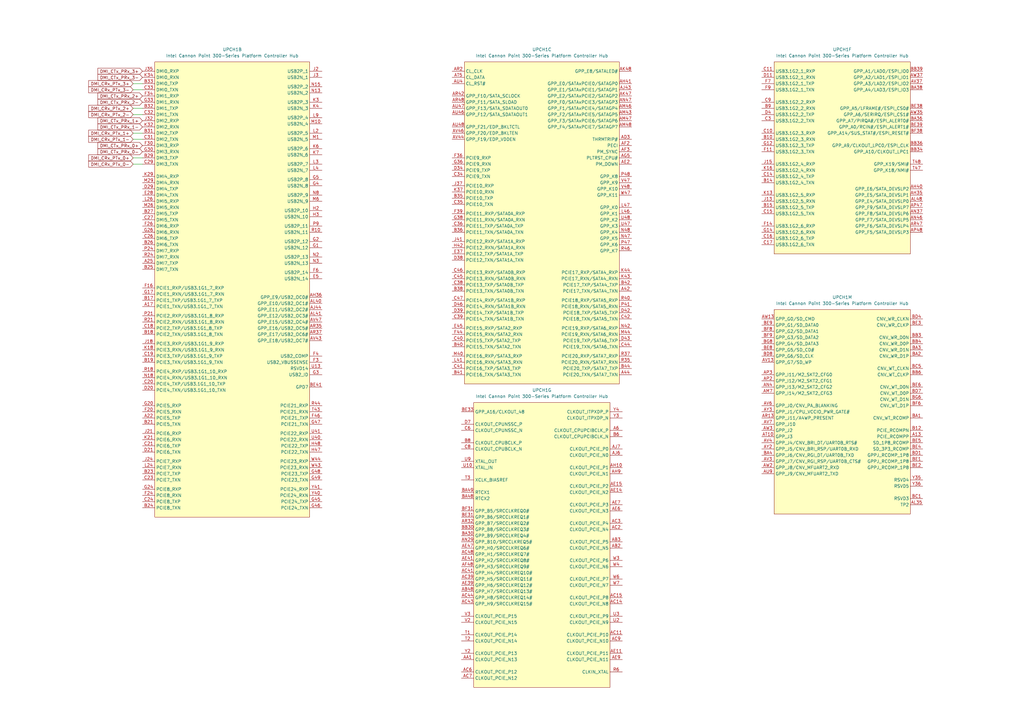
<source format=kicad_sch>
(kicad_sch (version 20250114) (generator "eeschema") (generator_version "9.0")
  (paper "A3")
  (lib_symbols
    (symbol "A-my-stuff:Intel_CFL_PCH_FCBGA874_but_better"
      (property "Reference" "UPCH" (at 0 29.21 0))
      (property "Value" "Intel Cannon Point 300-Series Platform Controller Hub" (at 0 26.67 0))
      (symbol "Intel_CFL_PCH_FCBGA874_but_better_1_1"
        (pin unspecified line (at -33.02 21.59 0) (length 5.08) (name "GPP_A11/PME#/SD_VDD2_PWR_EN#") (number "BE36"))
        (pin unspecified line (at -33.02 16.51 0) (length 5.08) (name "RSVD2") (number "R15"))
        (pin unspecified line (at -33.02 13.97 0) (length 5.08) (name "RSVD1") (number "R13"))
        (pin unspecified line (at -33.02 -3.81 0) (length 5.08) (name "SPI0_MOSI") (number "AU41"))
        (pin unspecified line (at -33.02 -6.35 0) (length 5.08) (name "SPI0_MISO") (number "BA45"))
        (pin unspecified line (at -33.02 -8.89 0) (length 5.08) (name "SPI0_CS0#") (number "AY47"))
        (pin unspecified line (at -33.02 -11.43 0) (length 5.08) (name "SPI0_CLK") (number "AW47"))
        (pin unspecified line (at -33.02 -13.97 0) (length 5.08) (name "SPI0_CS1#") (number "AW48"))
        (pin unspecified line (at -33.02 -19.05 0) (length 5.08) (name "SPI0_IO2") (number "AY48"))
        (pin unspecified line (at -33.02 -21.59 0) (length 5.08) (name "SPI0_IO3") (number "BA46"))
        (pin unspecified line (at -33.02 -24.13 0) (length 5.08) (name "SPI0_CS2#") (number "AT40"))
        (pin unspecified line (at -33.02 -26.67 0) (length 5.08) (name "GPP_D1/SPI1_CLK/SBK1/BK1") (number "BE19"))
        (pin unspecified line (at -33.02 -29.21 0) (length 5.08) (name "GPP_D0/SPI1_CS#/SBK0/BK0") (number "BF19"))
        (pin unspecified line (at -33.02 -31.75 0) (length 5.08) (name "GPP_D3/SPI1_MOSI/SBK3/BK3") (number "BF18"))
        (pin unspecified line (at -33.02 -34.29 0) (length 5.08) (name "GPP_D2/SPI1_MISO/SBK2/BK2") (number "BE18"))
        (pin unspecified line (at -33.02 -36.83 0) (length 5.08) (name "GPP_D22/SPI1_IO3") (number "BC17"))
        (pin unspecified line (at -33.02 -39.37 0) (length 5.08) (name "GPP_D21/SPI1_IO2") (number "BD17"))
        (pin unspecified line (at 33.02 21.59 180) (length 5.08) (name "GPP_B13/PLTRST#") (number "AV29"))
        (pin unspecified line (at 33.02 16.51 180) (length 5.08) (name "GPP_K16/GSXCLK") (number "Y47"))
        (pin unspecified line (at 33.02 13.97 180) (length 5.08) (name "GPP_K12/GSXDOUT") (number "Y46"))
        (pin unspecified line (at 33.02 11.43 180) (length 5.08) (name "GPP_K13/GSXSLOAD") (number "Y48"))
        (pin unspecified line (at 33.02 8.89 180) (length 5.08) (name "GPP_K14/GSXDIN") (number "W46"))
        (pin unspecified line (at 33.02 6.35 180) (length 5.08) (name "GPP_K15/GSXSRESET#") (number "AA45"))
        (pin unspecified line (at 33.02 1.27 180) (length 5.08) (name "GPP_E3/CPU_GP0") (number "AL47"))
        (pin unspecified line (at 33.02 -1.27 180) (length 5.08) (name "GPP_E7/CPU_GP1") (number "AM45"))
        (pin unspecified line (at 33.02 -3.81 180) (length 5.08) (name "GPP_B3/CPU_GP2") (number "BF32"))
        (pin unspecified line (at 33.02 -6.35 180) (length 5.08) (name "GPP_B4/CPU_GP3") (number "BC33"))
        (pin unspecified line (at 33.02 -11.43 180) (length 5.08) (name "GPP_H18/SML4ALERT#") (number "AE44"))
        (pin unspecified line (at 33.02 -13.97 180) (length 5.08) (name "GPP_H17/SML4DATA") (number "AJ46"))
        (pin unspecified line (at 33.02 -16.51 180) (length 5.08) (name "GPP_H16/SML4CLK") (number "AE43"))
        (pin unspecified line (at 33.02 -19.05 180) (length 5.08) (name "GPP_H15/SML3ALERT#") (number "AC47"))
        (pin unspecified line (at 33.02 -21.59 180) (length 5.08) (name "GPP_H14/SML3DATA") (number "AD48"))
        (pin unspecified line (at 33.02 -24.13 180) (length 5.08) (name "GPP_H13/SML3CLK") (number "AF47"))
        (pin unspecified line (at 33.02 -26.67 180) (length 5.08) (name "GPP_H12/SML2ALERT#") (number "AB47"))
        (pin unspecified line (at 33.02 -29.21 180) (length 5.08) (name "GPP_H11/SML2DATA") (number "AD47"))
        (pin unspecified line (at 33.02 -31.75 180) (length 5.08) (name "GPP_H10/SML2CLK") (number "AE48"))
        (pin unspecified line (at 33.02 -39.37 180) (length 5.08) (name "INTRUDER#") (number "BB44"))
      )
      (symbol "Intel_CFL_PCH_FCBGA874_but_better_2_1"
        (pin unspecified line (at -36.83 21.59 0) (length 5.08) (name "DMI0_RXP") (number "J35"))
        (pin unspecified line (at -36.83 19.05 0) (length 5.08) (name "DMI0_RXN") (number "K34"))
        (pin unspecified line (at -36.83 16.51 0) (length 5.08) (name "DMI0_TXP") (number "B33"))
        (pin unspecified line (at -36.83 13.97 0) (length 5.08) (name "DMI0_TXN") (number "C33"))
        (pin unspecified line (at -36.83 11.43 0) (length 5.08) (name "DMI1_RXP") (number "F34"))
        (pin unspecified line (at -36.83 8.89 0) (length 5.08) (name "DMI1_RXN") (number "G33"))
        (pin unspecified line (at -36.83 6.35 0) (length 5.08) (name "DMI1_TXP") (number "B32"))
        (pin unspecified line (at -36.83 3.81 0) (length 5.08) (name "DMI1_TXN") (number "C32"))
        (pin unspecified line (at -36.83 1.27 0) (length 5.08) (name "DMI2_RXP") (number "J32"))
        (pin unspecified line (at -36.83 -1.27 0) (length 5.08) (name "DMI2_RXN") (number "K32"))
        (pin unspecified line (at -36.83 -3.81 0) (length 5.08) (name "DMI2_TXP") (number "B31"))
        (pin unspecified line (at -36.83 -6.35 0) (length 5.08) (name "DMI2_TXN") (number "C31"))
        (pin unspecified line (at -36.83 -8.89 0) (length 5.08) (name "DMI3_RXP") (number "F30"))
        (pin unspecified line (at -36.83 -11.43 0) (length 5.08) (name "DMI3_RXN") (number "G30"))
        (pin unspecified line (at -36.83 -13.97 0) (length 5.08) (name "DMI3_TXP") (number "B29"))
        (pin unspecified line (at -36.83 -16.51 0) (length 5.08) (name "DMI3_TXN") (number "C29"))
        (pin unspecified line (at -36.83 -21.59 0) (length 5.08) (name "DMI4_RXP") (number "K29"))
        (pin unspecified line (at -36.83 -24.13 0) (length 5.08) (name "DMI4_RXN") (number "M29"))
        (pin unspecified line (at -36.83 -26.67 0) (length 5.08) (name "DMI4_TXP") (number "D29"))
        (pin unspecified line (at -36.83 -29.21 0) (length 5.08) (name "DMI4_TXN") (number "E28"))
        (pin unspecified line (at -36.83 -31.75 0) (length 5.08) (name "DMI5_RXP") (number "L26"))
        (pin unspecified line (at -36.83 -34.29 0) (length 5.08) (name "DMI5_RXN") (number "M26"))
        (pin unspecified line (at -36.83 -36.83 0) (length 5.08) (name "DMI5_TXP") (number "B27"))
        (pin unspecified line (at -36.83 -39.37 0) (length 5.08) (name "DMI5_TXN") (number "C27"))
        (pin unspecified line (at -36.83 -41.91 0) (length 5.08) (name "DMI6_RXP") (number "F26"))
        (pin unspecified line (at -36.83 -44.45 0) (length 5.08) (name "DMI6_RXN") (number "G26"))
        (pin unspecified line (at -36.83 -46.99 0) (length 5.08) (name "DMI6_TXP") (number "C26"))
        (pin unspecified line (at -36.83 -49.53 0) (length 5.08) (name "DMI6_TXN") (number "B26"))
        (pin unspecified line (at -36.83 -52.07 0) (length 5.08) (name "DMI7_RXP") (number "P24"))
        (pin unspecified line (at -36.83 -54.61 0) (length 5.08) (name "DMI7_RXN") (number "R24"))
        (pin unspecified line (at -36.83 -57.15 0) (length 5.08) (name "DMI7_TXP") (number "A25"))
        (pin unspecified line (at -36.83 -59.69 0) (length 5.08) (name "DMI7_TXN") (number "B25"))
        (pin unspecified line (at -36.83 -67.31 0) (length 5.08) (name "PCIE1_RXP/USB3.1G1_7_RXP") (number "F16"))
        (pin unspecified line (at -36.83 -69.85 0) (length 5.08) (name "PCIE1_RXN/USB3.1G1_7_RXN") (number "G17"))
        (pin unspecified line (at -36.83 -72.39 0) (length 5.08) (name "PCIE1_TXP/USB3.1G1_7_TXP") (number "B17"))
        (pin unspecified line (at -36.83 -74.93 0) (length 5.08) (name "PCIE1_TXN/USB3.1G1_7_TXN") (number "A17"))
        (pin unspecified line (at -36.83 -78.74 0) (length 5.08) (name "PCIE2_RXP/USB3.1G1_8_RXP") (number "P21"))
        (pin unspecified line (at -36.83 -81.28 0) (length 5.08) (name "PCIE2_RXN/USB3.1G1_8_RXN") (number "R21"))
        (pin unspecified line (at -36.83 -83.82 0) (length 5.08) (name "PCIE2_TXP/USB3.1G1_8_TXP") (number "C18"))
        (pin unspecified line (at -36.83 -86.36 0) (length 5.08) (name "PCIE2_TXN/USB3.1G1_8_TXN") (number "B18"))
        (pin unspecified line (at -36.83 -90.17 0) (length 5.08) (name "PCIE3_RXP/USB3.1G1_9_RXP") (number "J18"))
        (pin unspecified line (at -36.83 -92.71 0) (length 5.08) (name "PCIE3_RXN/USB3.1G1_9_RXN") (number "K18"))
        (pin unspecified line (at -36.83 -95.25 0) (length 5.08) (name "PCIE3_TXP/USB3.1G1_9_TXP") (number "C19"))
        (pin unspecified line (at -36.83 -97.79 0) (length 5.08) (name "PCIE3_TXN/USB3.1G1_9_TXN") (number "B19"))
        (pin unspecified line (at -36.83 -101.6 0) (length 5.08) (name "PCIE4_RXP/USB3.1G1_10_RXP") (number "R18"))
        (pin unspecified line (at -36.83 -104.14 0) (length 5.08) (name "PCIE4_RXN/USB3.1G1_10_RXN") (number "N18"))
        (pin unspecified line (at -36.83 -106.68 0) (length 5.08) (name "PCIE4_TXP/USB3.1G1_10_TXP") (number "C20"))
        (pin unspecified line (at -36.83 -109.22 0) (length 5.08) (name "PCIE4_TXN/USB3.1G1_10_TXN") (number "D20"))
        (pin unspecified line (at -36.83 -115.57 0) (length 5.08) (name "PCIE5_RXP") (number "G20"))
        (pin unspecified line (at -36.83 -118.11 0) (length 5.08) (name "PCIE5_RXN") (number "F20"))
        (pin unspecified line (at -36.83 -120.65 0) (length 5.08) (name "PCIE5_TXP") (number "A22"))
        (pin unspecified line (at -36.83 -123.19 0) (length 5.08) (name "PCIE5_TXN") (number "B21"))
        (pin unspecified line (at -36.83 -127 0) (length 5.08) (name "PCIE6_RXP") (number "J21"))
        (pin unspecified line (at -36.83 -129.54 0) (length 5.08) (name "PCIE6_RXN") (number "K21"))
        (pin unspecified line (at -36.83 -132.08 0) (length 5.08) (name "PCIE6_TXP") (number "C21"))
        (pin unspecified line (at -36.83 -134.62 0) (length 5.08) (name "PCIE6_TXN") (number "D21"))
        (pin unspecified line (at -36.83 -138.43 0) (length 5.08) (name "PCIE7_RXP") (number "J24"))
        (pin unspecified line (at -36.83 -140.97 0) (length 5.08) (name "PCIE7_RXN") (number "L24"))
        (pin unspecified line (at -36.83 -143.51 0) (length 5.08) (name "PCIE7_TXP") (number "B23"))
        (pin unspecified line (at -36.83 -146.05 0) (length 5.08) (name "PCIE7_TXN") (number "C23"))
        (pin unspecified line (at -36.83 -149.86 0) (length 5.08) (name "PCIE8_RXP") (number "G24"))
        (pin unspecified line (at -36.83 -152.4 0) (length 5.08) (name "PCIE8_RXN") (number "F24"))
        (pin unspecified line (at -36.83 -154.94 0) (length 5.08) (name "PCIE8_TXP") (number "C24"))
        (pin unspecified line (at -36.83 -157.48 0) (length 5.08) (name "PCIE8_TXN") (number "B24"))
        (pin unspecified line (at 36.83 21.59 180) (length 5.08) (name "USB2P_1") (number "J2"))
        (pin unspecified line (at 36.83 19.05 180) (length 5.08) (name "USB2N_1") (number "J3"))
        (pin unspecified line (at 36.83 15.24 180) (length 5.08) (name "USB2P_2") (number "N15"))
        (pin unspecified line (at 36.83 12.7 180) (length 5.08) (name "USB2N_2") (number "N13"))
        (pin unspecified line (at 36.83 8.89 180) (length 5.08) (name "USB2P_3") (number "K3"))
        (pin unspecified line (at 36.83 6.35 180) (length 5.08) (name "USB2N_3") (number "K4"))
        (pin unspecified line (at 36.83 2.54 180) (length 5.08) (name "USB2P_4") (number "L9"))
        (pin unspecified line (at 36.83 0 180) (length 5.08) (name "USB2N_4") (number "M10"))
        (pin unspecified line (at 36.83 -3.81 180) (length 5.08) (name "USB2P_5") (number "L2"))
        (pin unspecified line (at 36.83 -6.35 180) (length 5.08) (name "USB2N_5") (number "M1"))
        (pin unspecified line (at 36.83 -10.16 180) (length 5.08) (name "USB2P_6") (number "K6"))
        (pin unspecified line (at 36.83 -12.7 180) (length 5.08) (name "USB2N_6") (number "K7"))
        (pin unspecified line (at 36.83 -16.51 180) (length 5.08) (name "USB2P_7") (number "L3"))
        (pin unspecified line (at 36.83 -19.05 180) (length 5.08) (name "USB2N_7") (number "L4"))
        (pin unspecified line (at 36.83 -22.86 180) (length 5.08) (name "USB2P_8") (number "G5"))
        (pin unspecified line (at 36.83 -25.4 180) (length 5.08) (name "USB2N_8") (number "G4"))
        (pin unspecified line (at 36.83 -29.21 180) (length 5.08) (name "USB2P_9") (number "N8"))
        (pin unspecified line (at 36.83 -31.75 180) (length 5.08) (name "USB2N_9") (number "M6"))
        (pin unspecified line (at 36.83 -35.56 180) (length 5.08) (name "USB2P_10") (number "H2"))
        (pin unspecified line (at 36.83 -38.1 180) (length 5.08) (name "USB2N_10") (number "H3"))
        (pin unspecified line (at 36.83 -41.91 180) (length 5.08) (name "USB2P_11") (number "P9"))
        (pin unspecified line (at 36.83 -44.45 180) (length 5.08) (name "USB2N_11") (number "R10"))
        (pin unspecified line (at 36.83 -48.26 180) (length 5.08) (name "USB2P_12") (number "G2"))
        (pin unspecified line (at 36.83 -50.8 180) (length 5.08) (name "USB2N_12") (number "G1"))
        (pin unspecified line (at 36.83 -54.61 180) (length 5.08) (name "USB2P_13") (number "N2"))
        (pin unspecified line (at 36.83 -57.15 180) (length 5.08) (name "USB2N_13") (number "N3"))
        (pin unspecified line (at 36.83 -60.96 180) (length 5.08) (name "USB2P_14") (number "F6"))
        (pin unspecified line (at 36.83 -63.5 180) (length 5.08) (name "USB2N_14") (number "E5"))
        (pin unspecified line (at 36.83 -71.12 180) (length 5.08) (name "GPP_E9/USB2_OC0#") (number "AH36"))
        (pin unspecified line (at 36.83 -73.66 180) (length 5.08) (name "GPP_E10/USB2_OC1#") (number "AL40"))
        (pin unspecified line (at 36.83 -76.2 180) (length 5.08) (name "GPP_E11/USB2_OC2#") (number "AJ44"))
        (pin unspecified line (at 36.83 -78.74 180) (length 5.08) (name "GPP_E12/USB2_OC3#") (number "AL41"))
        (pin unspecified line (at 36.83 -81.28 180) (length 5.08) (name "GPP_E15/USB2_OC4#") (number "AV47"))
        (pin unspecified line (at 36.83 -83.82 180) (length 5.08) (name "GPP_E16/USB2_OC5#") (number "AR35"))
        (pin unspecified line (at 36.83 -86.36 180) (length 5.08) (name "GPP_E17/USB2_OC6#") (number "AR37"))
        (pin unspecified line (at 36.83 -88.9 180) (length 5.08) (name "GPP_E18/USB2_OC7#") (number "AV43"))
        (pin unspecified line (at 36.83 -95.25 180) (length 5.08) (name "USB2_COMP") (number "F4"))
        (pin unspecified line (at 36.83 -97.79 180) (length 5.08) (name "USB2_VBUSSENSE") (number "F3"))
        (pin unspecified line (at 36.83 -100.33 180) (length 5.08) (name "RSVD14") (number "U13"))
        (pin unspecified line (at 36.83 -102.87 180) (length 5.08) (name "USB2_ID") (number "G3"))
        (pin unspecified line (at 36.83 -107.95 180) (length 5.08) (name "GPD7") (number "BE41"))
        (pin unspecified line (at 36.83 -115.57 180) (length 5.08) (name "PCIE21_RXP") (number "R44"))
        (pin unspecified line (at 36.83 -118.11 180) (length 5.08) (name "PCIE21_RXN") (number "T43"))
        (pin unspecified line (at 36.83 -120.65 180) (length 5.08) (name "PCIE21_TXP") (number "F46"))
        (pin unspecified line (at 36.83 -123.19 180) (length 5.08) (name "PCIE21_TXN") (number "G47"))
        (pin unspecified line (at 36.83 -127 180) (length 5.08) (name "PCIE22_RXP") (number "U41"))
        (pin unspecified line (at 36.83 -129.54 180) (length 5.08) (name "PCIE22_RXN") (number "U40"))
        (pin unspecified line (at 36.83 -132.08 180) (length 5.08) (name "PCIE22_TXP") (number "H48"))
        (pin unspecified line (at 36.83 -134.62 180) (length 5.08) (name "PCIE22_TXN") (number "H47"))
        (pin unspecified line (at 36.83 -138.43 180) (length 5.08) (name "PCIE23_RXP") (number "W44"))
        (pin unspecified line (at 36.83 -140.97 180) (length 5.08) (name "PCIE23_RXN") (number "W43"))
        (pin unspecified line (at 36.83 -143.51 180) (length 5.08) (name "PCIE23_TXP") (number "G48"))
        (pin unspecified line (at 36.83 -146.05 180) (length 5.08) (name "PCIE23_TXN") (number "G49"))
        (pin unspecified line (at 36.83 -149.86 180) (length 5.08) (name "PCIE24_RXP") (number "Y41"))
        (pin unspecified line (at 36.83 -152.4 180) (length 5.08) (name "PCIE24_RXN") (number "Y40"))
        (pin unspecified line (at 36.83 -154.94 180) (length 5.08) (name "PCIE24_TXP") (number "G45"))
        (pin unspecified line (at 36.83 -157.48 180) (length 5.08) (name "PCIE24_TXN") (number "G46"))
      )
      (symbol "Intel_CFL_PCH_FCBGA874_but_better_3_1"
        (pin unspecified line (at -36.83 21.59 0) (length 5.08) (name "CL_CLK") (number "AR2"))
        (pin unspecified line (at -36.83 19.05 0) (length 5.08) (name "CL_DATA") (number "AT5"))
        (pin unspecified line (at -36.83 16.51 0) (length 5.08) (name "CL_RST#") (number "AU4"))
        (pin unspecified line (at -36.83 11.43 0) (length 5.08) (name "GPP_F10/SATA_SCLOCK") (number "AR42"))
        (pin unspecified line (at -36.83 8.89 0) (length 5.08) (name "GPP_F11/SATA_SLOAD") (number "AR48"))
        (pin unspecified line (at -36.83 6.35 0) (length 5.08) (name "GPP_F13/SATA_SDATAOUT0") (number "AU47"))
        (pin unspecified line (at -36.83 3.81 0) (length 5.08) (name "GPP_F12/SATA_SDATAOUT1") (number "AU46"))
        (pin unspecified line (at -36.83 -1.27 0) (length 5.08) (name "GPP_F21/EDP_BKLTCTL") (number "AU48"))
        (pin unspecified line (at -36.83 -3.81 0) (length 5.08) (name "GPP_F20/EDP_BKLTEN") (number "AV46"))
        (pin unspecified line (at -36.83 -6.35 0) (length 5.08) (name "GPP_F19/EDP_VDDEN") (number "AV44"))
        (pin unspecified line (at -36.83 -13.97 0) (length 5.08) (name "PCIE9_RXP") (number "F36"))
        (pin unspecified line (at -36.83 -16.51 0) (length 5.08) (name "PCIE9_RXN") (number "G36"))
        (pin unspecified line (at -36.83 -19.05 0) (length 5.08) (name "PCIE9_TXP") (number "D34"))
        (pin unspecified line (at -36.83 -21.59 0) (length 5.08) (name "PCIE9_TXN") (number "C34"))
        (pin unspecified line (at -36.83 -25.4 0) (length 5.08) (name "PCIE10_RXP") (number "J37"))
        (pin unspecified line (at -36.83 -27.94 0) (length 5.08) (name "PCIE10_RXN") (number "K37"))
        (pin unspecified line (at -36.83 -30.48 0) (length 5.08) (name "PCIE10_TXP") (number "B35"))
        (pin unspecified line (at -36.83 -33.02 0) (length 5.08) (name "PCIE10_TXN") (number "C35"))
        (pin unspecified line (at -36.83 -36.83 0) (length 5.08) (name "PCIE11_RXP/SATA0A_RXP") (number "F39"))
        (pin unspecified line (at -36.83 -39.37 0) (length 5.08) (name "PCIE11_RXN/SATA0A_RXN") (number "G38"))
        (pin unspecified line (at -36.83 -41.91 0) (length 5.08) (name "PCIE11_TXP/SATA0A_TXP") (number "C36"))
        (pin unspecified line (at -36.83 -44.45 0) (length 5.08) (name "PCIE11_TXN/SATA0A_TXN") (number "B36"))
        (pin unspecified line (at -36.83 -48.26 0) (length 5.08) (name "PCIE12_RXP/SATA1A_RXP") (number "J41"))
        (pin unspecified line (at -36.83 -50.8 0) (length 5.08) (name "PCIE12_RXN/SATA1A_RXN") (number "H42"))
        (pin unspecified line (at -36.83 -53.34 0) (length 5.08) (name "PCIE12_TXP/SATA1A_TXP") (number "E37"))
        (pin unspecified line (at -36.83 -55.88 0) (length 5.08) (name "PCIE12_TXN/SATA1A_TXN") (number "D38"))
        (pin unspecified line (at -36.83 -60.96 0) (length 5.08) (name "PCIE13_RXP/SATA0B_RXP") (number "C46"))
        (pin unspecified line (at -36.83 -63.5 0) (length 5.08) (name "PCIE13_RXN/SATA0B_RXN") (number "C45"))
        (pin unspecified line (at -36.83 -66.04 0) (length 5.08) (name "PCIE13_TXP/SATA0B_TXP") (number "C38"))
        (pin unspecified line (at -36.83 -68.58 0) (length 5.08) (name "PCIE13_TXN/SATA0B_TXN") (number "B38"))
        (pin unspecified line (at -36.83 -72.39 0) (length 5.08) (name "PCIE14_RXP/SATA1B_RXP") (number "C47"))
        (pin unspecified line (at -36.83 -74.93 0) (length 5.08) (name "PCIE14_RXN/SATA1B_RXN") (number "D46"))
        (pin unspecified line (at -36.83 -77.47 0) (length 5.08) (name "PCIE14_TXP/SATA1B_TXP") (number "D39"))
        (pin unspecified line (at -36.83 -80.01 0) (length 5.08) (name "PCIE14_TXN/SATA1B_TXN") (number "C39"))
        (pin unspecified line (at -36.83 -83.82 0) (length 5.08) (name "PCIE15_RXP/SATA2_RXP") (number "E45"))
        (pin unspecified line (at -36.83 -86.36 0) (length 5.08) (name "PCIE15_RXN/SATA2_RXN") (number "F44"))
        (pin unspecified line (at -36.83 -88.9 0) (length 5.08) (name "PCIE15_TXP/SATA2_TXP") (number "C40"))
        (pin unspecified line (at -36.83 -91.44 0) (length 5.08) (name "PCIE15_TXN/SATA2_TXN") (number "B40"))
        (pin unspecified line (at -36.83 -95.25 0) (length 5.08) (name "PCIE16_RXP/SATA3_RXP") (number "M40"))
        (pin unspecified line (at -36.83 -97.79 0) (length 5.08) (name "PCIE16_RXN/SATA3_RXN") (number "L41"))
        (pin unspecified line (at -36.83 -100.33 0) (length 5.08) (name "PCIE16_TXP/SATA3_TXP") (number "C41"))
        (pin unspecified line (at -36.83 -102.87 0) (length 5.08) (name "PCIE16_TXN/SATA3_TXN") (number "B41"))
        (pin unspecified line (at 36.83 21.59 180) (length 5.08) (name "GPP_E8/SATALED#") (number "AK48"))
        (pin unspecified line (at 36.83 16.51 180) (length 5.08) (name "GPP_E0/SATAxPCIE0/SATAGP0") (number "AH41"))
        (pin unspecified line (at 36.83 13.97 180) (length 5.08) (name "GPP_E1/SATAxPCIE1/SATAGP1") (number "AJ43"))
        (pin unspecified line (at 36.83 11.43 180) (length 5.08) (name "GPP_E2/SATAxPCIE2/SATAGP2") (number "AK47"))
        (pin unspecified line (at 36.83 8.89 180) (length 5.08) (name "GPP_F0/SATAxPCIE3/SATAGP3") (number "AN47"))
        (pin unspecified line (at 36.83 6.35 180) (length 5.08) (name "GPP_F1/SATAxPCIE4/SATAGP4") (number "AM46"))
        (pin unspecified line (at 36.83 3.81 180) (length 5.08) (name "GPP_F2/SATAxPCIE5/SATAGP5") (number "AM43"))
        (pin unspecified line (at 36.83 1.27 180) (length 5.08) (name "GPP_F3/SATAxPCIE6/SATAGP6") (number "AM47"))
        (pin unspecified line (at 36.83 -1.27 180) (length 5.08) (name "GPP_F4/SATAxPCIE7/SATAGP7") (number "AM48"))
        (pin unspecified line (at 36.83 -6.35 180) (length 5.08) (name "THRMTRIP#") (number "AD3"))
        (pin unspecified line (at 36.83 -8.89 180) (length 5.08) (name "PECI") (number "AF2"))
        (pin unspecified line (at 36.83 -11.43 180) (length 5.08) (name "PM_SYNC") (number "AF3"))
        (pin unspecified line (at 36.83 -13.97 180) (length 5.08) (name "PLTRST_CPU#") (number "AG5"))
        (pin unspecified line (at 36.83 -16.51 180) (length 5.08) (name "PM_DOWN") (number "AE2"))
        (pin unspecified line (at 36.83 -21.59 180) (length 5.08) (name "GPP_K8") (number "P48"))
        (pin unspecified line (at 36.83 -24.13 180) (length 5.08) (name "GPP_K9") (number "V47"))
        (pin unspecified line (at 36.83 -26.67 180) (length 5.08) (name "GPP_K10") (number "V48"))
        (pin unspecified line (at 36.83 -29.21 180) (length 5.08) (name "GPP_K11") (number "W47"))
        (pin unspecified line (at 36.83 -34.29 180) (length 5.08) (name "GPP_K0") (number "L47"))
        (pin unspecified line (at 36.83 -36.83 180) (length 5.08) (name "GPP_K1") (number "L46"))
        (pin unspecified line (at 36.83 -39.37 180) (length 5.08) (name "GPP_K2") (number "U48"))
        (pin unspecified line (at 36.83 -41.91 180) (length 5.08) (name "GPP_K3") (number "U47"))
        (pin unspecified line (at 36.83 -44.45 180) (length 5.08) (name "GPP_K4") (number "N48"))
        (pin unspecified line (at 36.83 -46.99 180) (length 5.08) (name "GPP_K5") (number "N47"))
        (pin unspecified line (at 36.83 -49.53 180) (length 5.08) (name "GPP_K6") (number "P47"))
        (pin unspecified line (at 36.83 -52.07 180) (length 5.08) (name "GPP_K7") (number "R46"))
        (pin unspecified line (at 36.83 -60.96 180) (length 5.08) (name "PCIE17_RXP/SATA4_RXP") (number "K44"))
        (pin unspecified line (at 36.83 -63.5 180) (length 5.08) (name "PCIE17_RXN/SATA4_RXN") (number "K43"))
        (pin unspecified line (at 36.83 -66.04 180) (length 5.08) (name "PCIE17_TXP/SATA4_TXP") (number "B42"))
        (pin unspecified line (at 36.83 -68.58 180) (length 5.08) (name "PCIE17_TXN/SATA4_TXN") (number "A42"))
        (pin unspecified line (at 36.83 -72.39 180) (length 5.08) (name "PCIE18_RXP/SATA5_RXP") (number "R40"))
        (pin unspecified line (at 36.83 -74.93 180) (length 5.08) (name "PCIE18_RXN/SATA5_RXN") (number "P41"))
        (pin unspecified line (at 36.83 -77.47 180) (length 5.08) (name "PCIE18_TXP/SATA5_TXP") (number "D42"))
        (pin unspecified line (at 36.83 -80.01 180) (length 5.08) (name "PCIE18_TXN/SATA5_TXN") (number "C42"))
        (pin unspecified line (at 36.83 -83.82 180) (length 5.08) (name "PCIE19_RXP/SATA6_RXP") (number "N42"))
        (pin unspecified line (at 36.83 -86.36 180) (length 5.08) (name "PCIE19_RXN/SATA6_RXN") (number "M44"))
        (pin unspecified line (at 36.83 -88.9 180) (length 5.08) (name "PCIE19_TXP/SATA6_TXP") (number "D43"))
        (pin unspecified line (at 36.83 -91.44 180) (length 5.08) (name "PCIE19_TXN/SATA6_TXN") (number "C44"))
        (pin unspecified line (at 36.83 -95.25 180) (length 5.08) (name "PCIE20_RXP/SATA7_RXP") (number "R37"))
        (pin unspecified line (at 36.83 -97.79 180) (length 5.08) (name "PCIE20_RXN/SATA7_RXN") (number "R35"))
        (pin unspecified line (at 36.83 -100.33 180) (length 5.08) (name "PCIE20_TXP/SATA7_TXP") (number "B44"))
        (pin unspecified line (at 36.83 -102.87 180) (length 5.08) (name "PCIE20_TXN/SATA7_TXN") (number "A44"))
      )
      (symbol "Intel_CFL_PCH_FCBGA874_but_better_4_1"
        (pin unspecified line (at -41.91 21.59 0) (length 5.08) (name "HDA_BCLK/I2S0_SCLK") (number "BD11"))
        (pin unspecified line (at -41.91 19.05 0) (length 5.08) (name "HDA_SDI0/I2S0_RXD") (number "BE11"))
        (pin unspecified line (at -41.91 16.51 0) (length 5.08) (name "HDA_SDO/I2S0_TXD") (number "BF12"))
        (pin unspecified line (at -41.91 13.97 0) (length 5.08) (name "HDA_SYNC/I2S0_SFRM") (number "BG13"))
        (pin unspecified line (at -41.91 8.89 0) (length 5.08) (name "HDA_RST#/I2S1_SCLK") (number "BE10"))
        (pin unspecified line (at -41.91 6.35 0) (length 5.08) (name "HDA_SDI1/I2S1_RXD") (number "BF10"))
        (pin unspecified line (at -41.91 3.81 0) (length 5.08) (name "I2S1_TXD/SNDW2_DATA") (number "BE12"))
        (pin unspecified line (at -41.91 1.27 0) (length 5.08) (name "I2S1_SFRM/SNDW2_CLK") (number "BD12"))
        (pin unspecified line (at -41.91 -6.35 0) (length 5.08) (name "HDACPU_SDO") (number "AM2"))
        (pin unspecified line (at -41.91 -8.89 0) (length 5.08) (name "HDACPU_SDI") (number "AN3"))
        (pin unspecified line (at -41.91 -11.43 0) (length 5.08) (name "HDACPU_SCLK") (number "AM3"))
        (pin unspecified line (at -41.91 -16.51 0) (length 5.08) (name "GPP_D8/I2S2_SCLK") (number "AV18"))
        (pin unspecified line (at -41.91 -19.05 0) (length 5.08) (name "GPP_D7/I2S2_RXD") (number "AW18"))
        (pin unspecified line (at -41.91 -21.59 0) (length 5.08) (name "GPP_D6/I2S2_TXD/MODEM_CLKREQ") (number "BA17"))
        (pin unspecified line (at -41.91 -24.13 0) (length 5.08) (name "GPP_D5/I2S2_SFRM/CNV_RF_RESET#") (number "BE16"))
        (pin unspecified line (at -41.91 -26.67 0) (length 5.08) (name "GPP_D20/DMIC_DATA0/SNDW4_DATA") (number "BF15"))
        (pin unspecified line (at -41.91 -29.21 0) (length 5.08) (name "GPP_D19/DMIC_CLK0/SNDW4_CLK") (number "BD16"))
        (pin unspecified line (at -41.91 -31.75 0) (length 5.08) (name "GPP_D18/DMIC_DATA1/SNDW3_DATA") (number "AV16"))
        (pin unspecified line (at -41.91 -34.29 0) (length 5.08) (name "GPP_D17/DMIC_CLK1/SNDW3_CLK") (number "AW15"))
        (pin unspecified line (at -41.91 -44.45 0) (length 5.08) (name "RTCRST#") (number "BE47"))
        (pin unspecified line (at -41.91 -46.99 0) (length 5.08) (name "SRTCRST#") (number "BD46"))
        (pin unspecified line (at -41.91 -52.07 0) (length 5.08) (name "PCH_PWROK") (number "AY42"))
        (pin unspecified line (at -41.91 -54.61 0) (length 5.08) (name "RSMRST#") (number "BA47"))
        (pin unspecified line (at -41.91 -59.69 0) (length 5.08) (name "DSW_PWROK") (number "AW41"))
        (pin unspecified line (at -41.91 -62.23 0) (length 5.08) (name "GPP_C2/SMBALERT#") (number "BE25"))
        (pin unspecified line (at -41.91 -64.77 0) (length 5.08) (name "GPP_C0/SMBCLK") (number "BE26"))
        (pin unspecified line (at -41.91 -67.31 0) (length 5.08) (name "GPP_C1/SMBDATA") (number "BF26"))
        (pin unspecified line (at -41.91 -69.85 0) (length 5.08) (name "GPP_C5/SML0ALERT#") (number "BF24"))
        (pin unspecified line (at -41.91 -72.39 0) (length 5.08) (name "GPP_C3/SML0CLK") (number "BF25"))
        (pin unspecified line (at -41.91 -74.93 0) (length 5.08) (name "GPP_C4/SML0DATA") (number "BE24"))
        (pin unspecified line (at -41.91 -77.47 0) (length 5.08) (name "GPP_B23/SML1ALERT#/PCHHOT#") (number "BD33"))
        (pin unspecified line (at -41.91 -80.01 0) (length 5.08) (name "GPP_C6/SML1CLK") (number "BF27"))
        (pin unspecified line (at -41.91 -82.55 0) (length 5.08) (name "GPP_C7/SML1DATA") (number "BE27"))
        (pin unspecified line (at 41.91 21.59 180) (length 5.08) (name "GPP_A12/BM_BUSY#/ISH_GP6/SX_EXIT_HOLDOFF#") (number "BF36"))
        (pin unspecified line (at 41.91 19.05 180) (length 5.08) (name "GPP_A8/CLKRUN#") (number "AV32"))
        (pin unspecified line (at 41.91 13.97 180) (length 5.08) (name "GPD11/LANPHYPC") (number "BF41"))
        (pin unspecified line (at 41.91 8.89 180) (length 5.08) (name "GPD9/SLP_WLAN#") (number "BD42"))
        (pin unspecified line (at 41.91 3.81 180) (length 5.08) (name "DRAM_RESET#") (number "BB46"))
        (pin unspecified line (at 41.91 1.27 180) (length 5.08) (name "GPP_B2/VRALERT#") (number "BE32"))
        (pin unspecified line (at 41.91 -1.27 180) (length 5.08) (name "GPP_B1/GSPI_CS1#/TIME_SYNC1") (number "BF33"))
        (pin unspecified line (at 41.91 -3.81 180) (length 5.08) (name "GPP_B0/GSPI0_CS1#") (number "BE29"))
        (pin unspecified line (at 41.91 -6.35 180) (length 5.08) (name "GPP_K17/ADR_COMPLETE") (number "R47"))
        (pin unspecified line (at 41.91 -8.89 180) (length 5.08) (name "GPP_B11/I2S_MCLK") (number "AP29"))
        (pin unspecified line (at 41.91 -11.43 180) (length 5.08) (name "SYS_PWROK") (number "AU3"))
        (pin unspecified line (at 41.91 -16.51 180) (length 5.08) (name "WAKE#") (number "BB47"))
        (pin unspecified line (at 41.91 -19.05 180) (length 5.08) (name "GPD6/SLP_A#") (number "BE40"))
        (pin unspecified line (at 41.91 -21.59 180) (length 5.08) (name "SLP_LAN#") (number "BF40"))
        (pin unspecified line (at 41.91 -24.13 180) (length 5.08) (name "GPP_B12/SLP_S0#") (number "BC28"))
        (pin unspecified line (at 41.91 -26.67 180) (length 5.08) (name "GPD4/SLP_S3#") (number "BF42"))
        (pin unspecified line (at 41.91 -29.21 180) (length 5.08) (name "GPD5/SLP_S4#") (number "BE42"))
        (pin unspecified line (at 41.91 -31.75 180) (length 5.08) (name "GPD10/SLP_S5#") (number "BC42"))
        (pin unspecified line (at 41.91 -36.83 180) (length 5.08) (name "GPD8/SUSCLK") (number "BE45"))
        (pin unspecified line (at 41.91 -39.37 180) (length 5.08) (name "GPD0/BATLOW#") (number "BF44"))
        (pin unspecified line (at 41.91 -41.91 180) (length 5.08) (name "GPP_A15/SUSACK#") (number "BE35"))
        (pin unspecified line (at 41.91 -44.45 180) (length 5.08) (name "GPP_A13/SUSWARN#/SUSPWRDNACK") (number "BC37"))
        (pin unspecified line (at 41.91 -49.53 180) (length 5.08) (name "GPD2/LAN_WAKE#") (number "BG44"))
        (pin unspecified line (at 41.91 -52.07 180) (length 5.08) (name "GPD1/ACPRESENT") (number "BG42"))
        (pin unspecified line (at 41.91 -54.61 180) (length 5.08) (name "SLP_SUS#") (number "BD39"))
        (pin unspecified line (at 41.91 -57.15 180) (length 5.08) (name "GPD3/PWRBTN#") (number "BE46"))
        (pin unspecified line (at 41.91 -59.69 180) (length 5.08) (name "SYS_RESET#") (number "AU2"))
        (pin unspecified line (at 41.91 -62.23 180) (length 5.08) (name "GPP_B14/SPKR") (number "AW29"))
        (pin unspecified line (at 41.91 -64.77 180) (length 5.08) (name "CPUPWRGD") (number "AE3"))
        (pin unspecified line (at 41.91 -69.85 180) (length 5.08) (name "ITP_PMODE") (number "AL3"))
        (pin unspecified line (at 41.91 -72.39 180) (length 5.08) (name "PCH_JTAGX") (number "AH4"))
        (pin unspecified line (at 41.91 -74.93 180) (length 5.08) (name "PCH_JTAG_TMS") (number "AJ4"))
        (pin unspecified line (at 41.91 -77.47 180) (length 5.08) (name "PCH_JTAG_TDO") (number "AH3"))
        (pin unspecified line (at 41.91 -80.01 180) (length 5.08) (name "PCH_JTAG_TDI") (number "AH2"))
        (pin unspecified line (at 41.91 -82.55 180) (length 5.08) (name "PCH_JTAG_TCK") (number "AJ3"))
      )
      (symbol "Intel_CFL_PCH_FCBGA874_but_better_5_1"
        (pin unspecified line (at -36.83 21.59 0) (length 5.08) (name "GPP_I0/DDPB_HPD0/DISP_MISC0") (number "AT6"))
        (pin unspecified line (at -36.83 19.05 0) (length 5.08) (name "GPP_I1/DDPC_HPD1/DISP_MISC1") (number "AN10"))
        (pin unspecified line (at -36.83 16.51 0) (length 5.08) (name "GPP_I2/DDPD_HPD2/DISP_MISC2") (number "AP9"))
        (pin unspecified line (at -36.83 13.97 0) (length 5.08) (name "GPP_I3/DDPE_HPD3/DISP_MISC3") (number "AL15"))
        (pin unspecified line (at -36.83 -3.81 0) (length 5.08) (name "GPP_I4/EDP_HPD/DISP_MISC4") (number "AN6"))
        (pin unspecified line (at 36.83 21.59 180) (length 5.08) (name "GPP_I5/DDPB_CTRLCLK") (number "AL13"))
        (pin unspecified line (at 36.83 19.05 180) (length 5.08) (name "GPP_I6/DDPB_CTRLDATA") (number "AR8"))
        (pin unspecified line (at 36.83 16.51 180) (length 5.08) (name "GPP_I7/DDPC_CTRLCLK") (number "AN13"))
        (pin unspecified line (at 36.83 13.97 180) (length 5.08) (name "GPP_I8/DDPC_CTRLDATA") (number "AL10"))
        (pin unspecified line (at 36.83 11.43 180) (length 5.08) (name "GPP_I9/DDPD_CTRLCLK") (number "AL9"))
        (pin unspecified line (at 36.83 8.89 180) (length 5.08) (name "GPP_I10/DDPD_CTRLDATA") (number "AR3"))
        (pin unspecified line (at 36.83 6.35 180) (length 5.08) (name "GPP_F23/DDPF_CTRLDATA") (number "AN40"))
        (pin unspecified line (at 36.83 3.81 180) (length 5.08) (name "GPP_F22/DDPF_CTRLCLK") (number "AT49"))
        (pin unspecified line (at 36.83 -1.27 180) (length 5.08) (name "GPP_F14/PS_ON#") (number "AP41"))
        (pin unspecified line (at 36.83 -6.35 180) (length 5.08) (name "GPP_K23/IMGCLKOUT1") (number "M45"))
        (pin unspecified line (at 36.83 -8.89 180) (length 5.08) (name "GPP_K22/IMGCLKOUT0") (number "L48"))
        (pin unspecified line (at 36.83 -11.43 180) (length 5.08) (name "GPP_K21") (number "T45"))
        (pin unspecified line (at 36.83 -13.97 180) (length 5.08) (name "GPP_K20") (number "T46"))
        (pin unspecified line (at 36.83 -16.51 180) (length 5.08) (name "GPP_H23/TIME_SYNC0") (number "AJ47"))
      )
      (symbol "Intel_CFL_PCH_FCBGA874_but_better_6_1"
        (pin unspecified line (at -33.02 21.59 0) (length 5.08) (name "USB3.1G2_1_RXP") (number "C11"))
        (pin unspecified line (at -33.02 19.05 0) (length 5.08) (name "USB3.1G2_1_RXN") (number "D11"))
        (pin unspecified line (at -33.02 16.51 0) (length 5.08) (name "USB3.1G2_1_TXP") (number "F7"))
        (pin unspecified line (at -33.02 13.97 0) (length 5.08) (name "USB3.1G2_1_TXN") (number "F9"))
        (pin unspecified line (at -33.02 8.89 0) (length 5.08) (name "USB3.1G2_2_RXP") (number "C9"))
        (pin unspecified line (at -33.02 6.35 0) (length 5.08) (name "USB3.1G2_2_RXN") (number "B9"))
        (pin unspecified line (at -33.02 3.81 0) (length 5.08) (name "USB3.1G2_2_TXP") (number "D4"))
        (pin unspecified line (at -33.02 1.27 0) (length 5.08) (name "USB3.1G2_2_TXN") (number "C3"))
        (pin unspecified line (at -33.02 -3.81 0) (length 5.08) (name "USB3.1G2_3_RXP") (number "C10"))
        (pin unspecified line (at -33.02 -6.35 0) (length 5.08) (name "USB3.1G2_3_RXN") (number "B10"))
        (pin unspecified line (at -33.02 -8.89 0) (length 5.08) (name "USB3.1G2_3_TXP") (number "G12"))
        (pin unspecified line (at -33.02 -11.43 0) (length 5.08) (name "USB3.1G2_3_TXN") (number "F11"))
        (pin unspecified line (at -33.02 -16.51 0) (length 5.08) (name "USB3.1G2_4_RXP") (number "J15"))
        (pin unspecified line (at -33.02 -19.05 0) (length 5.08) (name "USB3.1G2_4_RXN") (number "K16"))
        (pin unspecified line (at -33.02 -21.59 0) (length 5.08) (name "USB3.1G2_4_TXP") (number "C14"))
        (pin unspecified line (at -33.02 -24.13 0) (length 5.08) (name "USB3.1G2_4_TXN") (number "B14"))
        (pin unspecified line (at -33.02 -29.21 0) (length 5.08) (name "USB3.1G2_5_RXP") (number "K13"))
        (pin unspecified line (at -33.02 -31.75 0) (length 5.08) (name "USB3.1G2_5_RXN") (number "J13"))
        (pin unspecified line (at -33.02 -34.29 0) (length 5.08) (name "USB3.1G2_5_TXP") (number "B15"))
        (pin unspecified line (at -33.02 -36.83 0) (length 5.08) (name "USB3.1G2_5_TXN") (number "C15"))
        (pin unspecified line (at -33.02 -41.91 0) (length 5.08) (name "USB3.1G2_6_RXP") (number "F14"))
        (pin unspecified line (at -33.02 -44.45 0) (length 5.08) (name "USB3.1G2_6_RXN") (number "G14"))
        (pin unspecified line (at -33.02 -46.99 0) (length 5.08) (name "USB3.1G2_6_TXP") (number "C16"))
        (pin unspecified line (at -33.02 -49.53 0) (length 5.08) (name "USB3.1G2_6_TXN") (number "C17"))
        (pin unspecified line (at 33.02 21.59 180) (length 5.08) (name "GPP_A1/LAD0/ESPI_IO0") (number "BB39"))
        (pin unspecified line (at 33.02 19.05 180) (length 5.08) (name "GPP_A2/LAD1/ESPI_IO1") (number "AW37"))
        (pin unspecified line (at 33.02 16.51 180) (length 5.08) (name "GPP_A3/LAD2/ESPI_IO2") (number "AV37"))
        (pin unspecified line (at 33.02 13.97 180) (length 5.08) (name "GPP_A4/LAD3/ESPI_IO3") (number "BA38"))
        (pin unspecified line (at 33.02 6.35 180) (length 5.08) (name "GPP_A5/LFRAME#/ESPI_CS0#") (number "BE38"))
        (pin unspecified line (at 33.02 3.81 180) (length 5.08) (name "GPP_A6/SERIRQ/ESPI_CS1#") (number "AW35"))
        (pin unspecified line (at 33.02 1.27 180) (length 5.08) (name "GPP_A7/PIRQA#/ESPI_ALERT0#") (number "BA36"))
        (pin unspecified line (at 33.02 -1.27 180) (length 5.08) (name "GPP_A0/RCIN#/ESPI_ALERT1#") (number "BE39"))
        (pin unspecified line (at 33.02 -3.81 180) (length 5.08) (name "GPP_A14/SUS_STAT#/ESPI_RESET#") (number "BF38"))
        (pin unspecified line (at 33.02 -8.89 180) (length 5.08) (name "GPP_A9/CLKOUT_LPC0/ESPI_CLK") (number "BB36"))
        (pin unspecified line (at 33.02 -11.43 180) (length 5.08) (name "GPP_A10/CLKOUT_LPC1") (number "BB34"))
        (pin unspecified line (at 33.02 -16.51 180) (length 5.08) (name "GPP_K19/SMI#") (number "T48"))
        (pin unspecified line (at 33.02 -19.05 180) (length 5.08) (name "GPP_K18/NMI#") (number "T47"))
        (pin unspecified line (at 33.02 -26.67 180) (length 5.08) (name "GPP_E6/SATA_DEVSLP2") (number "AH40"))
        (pin unspecified line (at 33.02 -29.21 180) (length 5.08) (name "GPP_E5/SATA_DEVSLP1") (number "AH35"))
        (pin unspecified line (at 33.02 -31.75 180) (length 5.08) (name "GPP_E4/SATA_DEVSLP0") (number "AL48"))
        (pin unspecified line (at 33.02 -34.29 180) (length 5.08) (name "GPP_F9/SATA_DEVSLP7") (number "AP47"))
        (pin unspecified line (at 33.02 -36.83 180) (length 5.08) (name "GPP_F8/SATA_DEVSLP6") (number "AN37"))
        (pin unspecified line (at 33.02 -39.37 180) (length 5.08) (name "GPP_F7/SATA_DEVSLP5") (number "AN46"))
        (pin unspecified line (at 33.02 -41.91 180) (length 5.08) (name "GPP_F6/SATA_DEVSLP4") (number "AR47"))
        (pin unspecified line (at 33.02 -44.45 180) (length 5.08) (name "GPP_F5/SATA_DEVSLP3") (number "AP48"))
      )
      (symbol "Intel_CFL_PCH_FCBGA874_but_better_7_1"
        (pin unspecified line (at -33.02 21.59 0) (length 5.08) (name "GPP_A16/CLKOUT_48") (number "BE33"))
        (pin unspecified line (at -33.02 16.51 0) (length 5.08) (name "CLKOUT_CPUNSSC_P") (number "D7"))
        (pin unspecified line (at -33.02 13.97 0) (length 5.08) (name "CLKOUT_CPUNSSC_N") (number "C6"))
        (pin unspecified line (at -33.02 8.89 0) (length 5.08) (name "CLKOUT_CPUBCLK_P") (number "B8"))
        (pin unspecified line (at -33.02 6.35 0) (length 5.08) (name "CLKOUT_CPUBCLK_N") (number "C8"))
        (pin unspecified line (at -33.02 1.27 0) (length 5.08) (name "XTAL_OUT") (number "U9"))
        (pin unspecified line (at -33.02 -1.27 0) (length 5.08) (name "XTAL_IN") (number "U10"))
        (pin unspecified line (at -33.02 -6.35 0) (length 5.08) (name "XCLK_BIASREF") (number "T3"))
        (pin unspecified line (at -33.02 -11.43 0) (length 5.08) (name "RTCX1") (number "BA49"))
        (pin unspecified line (at -33.02 -13.97 0) (length 5.08) (name "RTCX2") (number "BA48"))
        (pin unspecified line (at -33.02 -19.05 0) (length 5.08) (name "GPP_B5/SRCCLKREQ0#") (number "BF31"))
        (pin unspecified line (at -33.02 -21.59 0) (length 5.08) (name "GPP_B6/SRCCLKREQ1#") (number "BE31"))
        (pin unspecified line (at -33.02 -24.13 0) (length 5.08) (name "GPP_B7/SRCCLKREQ2#") (number "AR32"))
        (pin unspecified line (at -33.02 -26.67 0) (length 5.08) (name "GPP_B8/SRCCLKREQ3#") (number "BB30"))
        (pin unspecified line (at -33.02 -29.21 0) (length 5.08) (name "GPP_B9/SRCCLKREQ4#") (number "BA30"))
        (pin unspecified line (at -33.02 -31.75 0) (length 5.08) (name "GPP_B10/SRCCLKREQ5#") (number "AN29"))
        (pin unspecified line (at -33.02 -34.29 0) (length 5.08) (name "GPP_H0/SRCCLKREQ6#") (number "AE47"))
        (pin unspecified line (at -33.02 -36.83 0) (length 5.08) (name "GPP_H1/SRCCLKREQ7#") (number "AC48"))
        (pin unspecified line (at -33.02 -39.37 0) (length 5.08) (name "GPP_H2/SRCCLKREQ8#") (number "AE41"))
        (pin unspecified line (at -33.02 -41.91 0) (length 5.08) (name "GPP_H3/SRCCLKREQ9#") (number "AF48"))
        (pin unspecified line (at -33.02 -44.45 0) (length 5.08) (name "GPP_H4/SRCCLKREQ10#") (number "AC41"))
        (pin unspecified line (at -33.02 -46.99 0) (length 5.08) (name "GPP_H5/SRCCLKREQ11#") (number "AC39"))
        (pin unspecified line (at -33.02 -49.53 0) (length 5.08) (name "GPP_H6/SRCCLKREQ12#") (number "AE39"))
        (pin unspecified line (at -33.02 -52.07 0) (length 5.08) (name "GPP_H7/SRCCLKREQ13#") (number "AB48"))
        (pin unspecified line (at -33.02 -54.61 0) (length 5.08) (name "GPP_H8/SRCCLKREQ14#") (number "AC44"))
        (pin unspecified line (at -33.02 -57.15 0) (length 5.08) (name "GPP_H9/SRCCLKREQ15#") (number "AC43"))
        (pin unspecified line (at -33.02 -62.23 0) (length 5.08) (name "CLKOUT_PCIE_P15") (number "V3"))
        (pin unspecified line (at -33.02 -64.77 0) (length 5.08) (name "CLKOUT_PCIE_N15") (number "V2"))
        (pin unspecified line (at -33.02 -69.85 0) (length 5.08) (name "CLKOUT_PCIE_P14") (number "T1"))
        (pin unspecified line (at -33.02 -72.39 0) (length 5.08) (name "CLKOUT_PCIE_N14") (number "T2"))
        (pin unspecified line (at -33.02 -77.47 0) (length 5.08) (name "CLKOUT_PCIE_P13") (number "Y2"))
        (pin unspecified line (at -33.02 -80.01 0) (length 5.08) (name "CLKOUT_PCIE_N13") (number "AA1"))
        (pin unspecified line (at -33.02 -85.09 0) (length 5.08) (name "CLKOUT_PCIE_P12") (number "AC6"))
        (pin unspecified line (at -33.02 -87.63 0) (length 5.08) (name "CLKOUT_PCIE_N12") (number "AC7"))
        (pin unspecified line (at 33.02 21.59 180) (length 5.08) (name "CLKOUT_ITPXDP_P") (number "Y4"))
        (pin unspecified line (at 33.02 19.05 180) (length 5.08) (name "CLKOUT_ITPXDP_N") (number "Y3"))
        (pin unspecified line (at 33.02 13.97 180) (length 5.08) (name "CLKOUT_CPUPCIBCLK_P") (number "A6"))
        (pin unspecified line (at 33.02 11.43 180) (length 5.08) (name "CLKOUT_CPUPCIBCLK_N") (number "B6"))
        (pin unspecified line (at 33.02 6.35 180) (length 5.08) (name "CLKOUT_PCIE_P0") (number "AJ7"))
        (pin unspecified line (at 33.02 3.81 180) (length 5.08) (name "CLKOUT_PCIE_N0") (number "AJ6"))
        (pin unspecified line (at 33.02 -1.27 180) (length 5.08) (name "CLKOUT_PCIE_P1") (number "AH10"))
        (pin unspecified line (at 33.02 -3.81 180) (length 5.08) (name "CLKOUT_PCIE_N1") (number "AH9"))
        (pin unspecified line (at 33.02 -8.89 180) (length 5.08) (name "CLKOUT_PCIE_P2") (number "AE15"))
        (pin unspecified line (at 33.02 -11.43 180) (length 5.08) (name "CLKOUT_PCIE_N2") (number "AE14"))
        (pin unspecified line (at 33.02 -16.51 180) (length 5.08) (name "CLKOUT_PCIE_P3") (number "AE7"))
        (pin unspecified line (at 33.02 -19.05 180) (length 5.08) (name "CLKOUT_PCIE_N3") (number "AE6"))
        (pin unspecified line (at 33.02 -24.13 180) (length 5.08) (name "CLKOUT_PCIE_P4") (number "AC3"))
        (pin unspecified line (at 33.02 -26.67 180) (length 5.08) (name "CLKOUT_PCIE_N4") (number "AC2"))
        (pin unspecified line (at 33.02 -31.75 180) (length 5.08) (name "CLKOUT_PCIE_P5") (number "AB3"))
        (pin unspecified line (at 33.02 -34.29 180) (length 5.08) (name "CLKOUT_PCIE_N5") (number "AB2"))
        (pin unspecified line (at 33.02 -39.37 180) (length 5.08) (name "CLKOUT_PCIE_P6") (number "W3"))
        (pin unspecified line (at 33.02 -41.91 180) (length 5.08) (name "CLKOUT_PCIE_N6") (number "W4"))
        (pin unspecified line (at 33.02 -46.99 180) (length 5.08) (name "CLKOUT_PCIE_P7") (number "W6"))
        (pin unspecified line (at 33.02 -49.53 180) (length 5.08) (name "CLKOUT_PCIE_N7") (number "W7"))
        (pin unspecified line (at 33.02 -54.61 180) (length 5.08) (name "CLKOUT_PCIE_P8") (number "AC15"))
        (pin unspecified line (at 33.02 -57.15 180) (length 5.08) (name "CLKOUT_PCIE_N8") (number "AC14"))
        (pin unspecified line (at 33.02 -62.23 180) (length 5.08) (name "CLKOUT_PCIE_P9") (number "U3"))
        (pin unspecified line (at 33.02 -64.77 180) (length 5.08) (name "CLKOUT_PCIE_N9") (number "U2"))
        (pin unspecified line (at 33.02 -69.85 180) (length 5.08) (name "CLKOUT_PCIE_P10") (number "AC11"))
        (pin unspecified line (at 33.02 -72.39 180) (length 5.08) (name "CLKOUT_PCIE_N10") (number "AC9"))
        (pin unspecified line (at 33.02 -77.47 180) (length 5.08) (name "CLKOUT_PCIE_P11") (number "AE11"))
        (pin unspecified line (at 33.02 -80.01 180) (length 5.08) (name "CLKOUT_PCIE_N11") (number "AE9"))
        (pin unspecified line (at 33.02 -85.09 180) (length 5.08) (name "CLKIN_XTAL") (number "R6"))
      )
      (symbol "Intel_CFL_PCH_FCBGA874_but_better_8_1"
        (pin unspecified line (at -33.02 21.59 0) (length 5.08) (name "VCCPRIM_1P05") (number "AA22"))
        (pin unspecified line (at -33.02 19.05 0) (length 5.08) (name "VCCPRIM_1P05") (number "AA23"))
        (pin unspecified line (at -33.02 16.51 0) (length 5.08) (name "VCCPRIM_1P05") (number "AB20"))
        (pin unspecified line (at -33.02 13.97 0) (length 5.08) (name "VCCPRIM_1P05") (number "AB22"))
        (pin unspecified line (at -33.02 11.43 0) (length 5.08) (name "VCCPRIM_1P05") (number "AB23"))
        (pin unspecified line (at -33.02 8.89 0) (length 5.08) (name "VCCPRIM_1P05") (number "AB27"))
        (pin unspecified line (at -33.02 6.35 0) (length 5.08) (name "VCCPRIM_1P05") (number "AB28"))
        (pin unspecified line (at -33.02 3.81 0) (length 5.08) (name "VCCPRIM_1P05") (number "AB30"))
        (pin unspecified line (at -33.02 1.27 0) (length 5.08) (name "VCCPRIM_1P05") (number "AD20"))
        (pin unspecified line (at -33.02 -1.27 0) (length 5.08) (name "VCCPRIM_1P05") (number "AD23"))
        (pin unspecified line (at -33.02 -3.81 0) (length 5.08) (name "VCCPRIM_1P05") (number "AD27"))
        (pin unspecified line (at -33.02 -6.35 0) (length 5.08) (name "VCCPRIM_1P05") (number "AD28"))
        (pin unspecified line (at -33.02 -8.89 0) (length 5.08) (name "VCCPRIM_1P05") (number "AD30"))
        (pin unspecified line (at -33.02 -11.43 0) (length 5.08) (name "VCCPRIM_1P05") (number "AF23"))
        (pin unspecified line (at -33.02 -13.97 0) (length 5.08) (name "VCCPRIM_1P05") (number "AF27"))
        (pin unspecified line (at -33.02 -16.51 0) (length 5.08) (name "VCCPRIM_1P05") (number "AF30"))
        (pin unspecified line (at -33.02 -19.05 0) (length 5.08) (name "VCCPRIM_1P05") (number "U26"))
        (pin unspecified line (at -33.02 -21.59 0) (length 5.08) (name "VCCPRIM_1P05") (number "U29"))
        (pin unspecified line (at -33.02 -24.13 0) (length 5.08) (name "VCCPRIM_1P05") (number "V25"))
        (pin unspecified line (at -33.02 -26.67 0) (length 5.08) (name "VCCPRIM_1P05") (number "V27"))
        (pin unspecified line (at -33.02 -29.21 0) (length 5.08) (name "VCCPRIM_1P05") (number "V28"))
        (pin unspecified line (at -33.02 -31.75 0) (length 5.08) (name "VCCPRIM_1P05") (number "V30"))
        (pin unspecified line (at -33.02 -34.29 0) (length 5.08) (name "VCCPRIM_1P05") (number "V31"))
        (pin unspecified line (at -33.02 -38.1 0) (length 5.08) (name "VCCPRIM_1P05") (number "AD31"))
        (pin unspecified line (at -33.02 -40.64 0) (length 5.08) (name "VCCPRIM_1P05") (number "AE17"))
        (pin unspecified line (at -33.02 -44.45 0) (length 5.08) (name "VCCPRIM_1P05") (number "D1"))
        (pin unspecified line (at -33.02 -46.99 0) (length 5.08) (name "VCCPRIM_1P05") (number "E1"))
        (pin unspecified line (at -33.02 -50.8 0) (length 5.08) (name "VCCPRIM_1P05") (number "AG31"))
        (pin unspecified line (at -33.02 -53.34 0) (length 5.08) (name "VCCPRIM_1P05") (number "AF31"))
        (pin unspecified line (at -33.02 -57.15 0) (length 5.08) (name "VCCUSB_1P05") (number "W22"))
        (pin unspecified line (at -33.02 -59.69 0) (length 5.08) (name "VCCUSB_1P05") (number "W23"))
        (pin unspecified line (at -33.02 -63.5 0) (length 5.08) (name "VCCDSW_1P05") (number "BG45"))
        (pin unspecified line (at -33.02 -66.04 0) (length 5.08) (name "VCCDSW_1P05") (number "BG46"))
        (pin unspecified line (at -33.02 -68.58 0) (length 5.08) (name "VCCPRIM_MPHY_1P05") (number "W31"))
        (pin unspecified line (at -33.02 -72.39 0) (length 5.08) (name "VCCAMPHYPLL_1P05") (number "C49"))
        (pin unspecified line (at -33.02 -74.93 0) (length 5.08) (name "VCCAMPHYPLL_1P05") (number "D49"))
        (pin unspecified line (at -33.02 -77.47 0) (length 5.08) (name "VCCAMPHYPLL_1P05") (number "E49"))
        (pin unspecified line (at -33.02 -81.28 0) (length 5.08) (name "VCCA_XTAL_1P05") (number "P2"))
        (pin unspecified line (at -33.02 -83.82 0) (length 5.08) (name "VCCA_XTAL_1P05") (number "P3"))
        (pin unspecified line (at -33.02 -86.36 0) (length 5.08) (name "VCCA_SRC_1P05") (number "W19"))
        (pin unspecified line (at -33.02 -88.9 0) (length 5.08) (name "VCCA_SRC_1P05") (number "W20"))
        (pin unspecified line (at -33.02 -92.71 0) (length 5.08) (name "VCCA_BCLK_1P05") (number "V19"))
        (pin unspecified line (at -33.02 -96.52 0) (length 5.08) (name "VCCAPLL_1P05") (number "C1"))
        (pin unspecified line (at -33.02 -99.06 0) (length 5.08) (name "VCCAPLL_1P05") (number "C2"))
        (pin unspecified line (at -33.02 -102.87 0) (length 5.08) (name "VCCAPLL_1P05") (number "B1"))
        (pin unspecified line (at -33.02 -105.41 0) (length 5.08) (name "VCCAPLL_1P05") (number "B2"))
        (pin unspecified line (at -33.02 -107.95 0) (length 5.08) (name "VCCAPLL_1P05") (number "B3"))
        (pin unspecified line (at 33.02 21.59 180) (length 5.08) (name "VCCRTC") (number "BC49"))
        (pin unspecified line (at 33.02 19.05 180) (length 5.08) (name "VCCRTC") (number "BD49"))
        (pin unspecified line (at 33.02 13.97 180) (length 5.08) (name "DCPRTC") (number "BF47"))
        (pin unspecified line (at 33.02 11.43 180) (length 5.08) (name "DCPRTC") (number "BG47"))
        (pin unspecified line (at 33.02 7.62 180) (length 5.08) (name "VCCPRIM_3P3") (number "AW9"))
        (pin unspecified line (at 33.02 3.81 180) (length 5.08) (name "VCCPRIM_3P3") (number "V23"))
        (pin unspecified line (at 33.02 0 180) (length 5.08) (name "VCCPRIM_3P3") (number "AY8"))
        (pin unspecified line (at 33.02 -2.54 180) (length 5.08) (name "VCCPRIM_3P3") (number "BB7"))
        (pin unspecified line (at 33.02 -6.35 180) (length 5.08) (name "VCCPRIM_3P3") (number "AT44"))
        (pin unspecified line (at 33.02 -10.16 180) (length 5.08) (name "VCCSPI") (number "AN44"))
        (pin unspecified line (at 33.02 -13.97 180) (length 5.08) (name "VCCPGPPG_3P3") (number "AN21"))
        (pin unspecified line (at 33.02 -17.78 180) (length 5.08) (name "VCCPGPPHK") (number "AC35"))
        (pin unspecified line (at 33.02 -20.32 180) (length 5.08) (name "VCCPGPPHK") (number "AC36"))
        (pin unspecified line (at 33.02 -22.86 180) (length 5.08) (name "VCCPGPPEF") (number "AE35"))
        (pin unspecified line (at 33.02 -25.4 180) (length 5.08) (name "VCCPGPPEF") (number "AE36"))
        (pin unspecified line (at 33.02 -29.21 180) (length 5.08) (name "VCCPGPPBC") (number "AN26"))
        (pin unspecified line (at 33.02 -31.75 180) (length 5.08) (name "VCCPGPPBC") (number "AP26"))
        (pin unspecified line (at 33.02 -36.83 180) (length 5.08) (name "VCCDSW_3P3") (number "BE48"))
        (pin unspecified line (at 33.02 -39.37 180) (length 5.08) (name "VCCDSW_3P3") (number "BE49"))
        (pin unspecified line (at 33.02 -43.18 180) (length 5.08) (name "VCCHDA") (number "BB14"))
        (pin unspecified line (at 33.02 -52.07 180) (length 5.08) (name "VCCPGPPD") (number "AN24"))
        (pin unspecified line (at 33.02 -55.88 180) (length 5.08) (name "VCCPGPPA") (number "AN32"))
        (pin unspecified line (at 33.02 -59.69 180) (length 5.08) (name "VCCPRIM_1P8") (number "AG19"))
        (pin unspecified line (at 33.02 -62.23 180) (length 5.08) (name "VCCPRIM_1P8") (number "AG20"))
        (pin unspecified line (at 33.02 -64.77 180) (length 5.08) (name "VCCPRIM_1P8") (number "AN15"))
        (pin unspecified line (at 33.02 -67.31 180) (length 5.08) (name "VCCPRIM_1P8") (number "AR15"))
        (pin unspecified line (at 33.02 -69.85 180) (length 5.08) (name "VCCPRIM_1P8") (number "BB11"))
        (pin unspecified line (at 33.02 -73.66 180) (length 5.08) (name "VCCPRIM_1P8") (number "AF19"))
        (pin unspecified line (at 33.02 -76.2 180) (length 5.08) (name "VCCPRIM_1P8") (number "AF20"))
        (pin unspecified line (at 33.02 -85.09 180) (length 5.08) (name "VCCPRIM_1P24") (number "AK22"))
        (pin unspecified line (at 33.02 -87.63 180) (length 5.08) (name "VCCPRIM_1P24") (number "AK23"))
        (pin unspecified line (at 33.02 -92.71 180) (length 5.08) (name "VCCDPHY_1P24") (number "AJ22"))
        (pin unspecified line (at 33.02 -95.25 180) (length 5.08) (name "VCCDPHY_1P24") (number "AJ23"))
        (pin unspecified line (at 33.02 -97.79 180) (length 5.08) (name "VCCDPHY_1P24") (number "BG5"))
        (pin unspecified line (at 33.02 -102.87 180) (length 5.08) (name "VCCMPHY_SENSE") (number "K47"))
        (pin unspecified line (at 33.02 -105.41 180) (length 5.08) (name "VSSMPHY_SENSE") (number "K46"))
      )
      (symbol "Intel_CFL_PCH_FCBGA874_but_better_9_1"
        (pin unspecified line (at -11.43 21.59 0) (length 5.08) (name "VSS") (number "A2"))
        (pin unspecified line (at -11.43 19.05 0) (length 5.08) (name "VSS") (number "A28"))
        (pin unspecified line (at -11.43 16.51 0) (length 5.08) (name "VSS") (number "A3"))
        (pin unspecified line (at -11.43 13.97 0) (length 5.08) (name "VSS") (number "A33"))
        (pin unspecified line (at -11.43 11.43 0) (length 5.08) (name "VSS") (number "A37"))
        (pin unspecified line (at -11.43 8.89 0) (length 5.08) (name "VSS") (number "A4"))
        (pin unspecified line (at -11.43 6.35 0) (length 5.08) (name "VSS") (number "A45"))
        (pin unspecified line (at -11.43 3.81 0) (length 5.08) (name "VSS") (number "A46"))
        (pin unspecified line (at -11.43 1.27 0) (length 5.08) (name "VSS") (number "A47"))
        (pin unspecified line (at -11.43 -1.27 0) (length 5.08) (name "VSS") (number "A48"))
        (pin unspecified line (at -11.43 -3.81 0) (length 5.08) (name "VSS") (number "A5"))
        (pin unspecified line (at -11.43 -6.35 0) (length 5.08) (name "VSS") (number "A8"))
        (pin unspecified line (at -11.43 -8.89 0) (length 5.08) (name "VSS") (number "AA19"))
        (pin unspecified line (at -11.43 -11.43 0) (length 5.08) (name "VSS") (number "AA20"))
        (pin unspecified line (at -11.43 -13.97 0) (length 5.08) (name "VSS") (number "AA25"))
        (pin unspecified line (at -11.43 -16.51 0) (length 5.08) (name "VSS") (number "AA27"))
        (pin unspecified line (at -11.43 -19.05 0) (length 5.08) (name "VSS") (number "AA28"))
        (pin unspecified line (at -11.43 -21.59 0) (length 5.08) (name "VSS") (number "AA30"))
        (pin unspecified line (at -11.43 -24.13 0) (length 5.08) (name "VSS") (number "AA31"))
        (pin unspecified line (at -11.43 -26.67 0) (length 5.08) (name "VSS") (number "AA49"))
        (pin unspecified line (at -11.43 -29.21 0) (length 5.08) (name "VSS") (number "AA5"))
        (pin unspecified line (at -11.43 -31.75 0) (length 5.08) (name "VSS") (number "AB19"))
        (pin unspecified line (at -11.43 -34.29 0) (length 5.08) (name "VSS") (number "AB25"))
        (pin unspecified line (at -11.43 -36.83 0) (length 5.08) (name "VSS") (number "AB31"))
        (pin unspecified line (at -11.43 -39.37 0) (length 5.08) (name "VSS") (number "AC12"))
        (pin unspecified line (at -11.43 -41.91 0) (length 5.08) (name "VSS") (number "AC17"))
        (pin unspecified line (at -11.43 -44.45 0) (length 5.08) (name "VSS") (number "AC33"))
        (pin unspecified line (at -11.43 -46.99 0) (length 5.08) (name "VSS") (number "AC38"))
        (pin unspecified line (at -11.43 -49.53 0) (length 5.08) (name "VSS") (number "AC4"))
        (pin unspecified line (at -11.43 -52.07 0) (length 5.08) (name "VSS") (number "AC46"))
        (pin unspecified line (at -11.43 -54.61 0) (length 5.08) (name "VSS") (number "AD1"))
        (pin unspecified line (at -11.43 -57.15 0) (length 5.08) (name "VSS") (number "AD19"))
        (pin unspecified line (at -11.43 -59.69 0) (length 5.08) (name "VSS") (number "AD2"))
        (pin unspecified line (at -11.43 -62.23 0) (length 5.08) (name "VSS") (number "AD22"))
        (pin unspecified line (at -11.43 -64.77 0) (length 5.08) (name "VSS") (number "AD25"))
        (pin unspecified line (at -11.43 -67.31 0) (length 5.08) (name "VSS") (number "AD49"))
        (pin unspecified line (at -11.43 -69.85 0) (length 5.08) (name "VSS") (number "AE12"))
        (pin unspecified line (at -11.43 -72.39 0) (length 5.08) (name "VSS") (number "AE33"))
        (pin unspecified line (at -11.43 -74.93 0) (length 5.08) (name "VSS") (number "AE38"))
        (pin unspecified line (at -11.43 -77.47 0) (length 5.08) (name "VSS") (number "AE4"))
        (pin unspecified line (at -11.43 -80.01 0) (length 5.08) (name "VSS") (number "AE46"))
        (pin unspecified line (at -11.43 -82.55 0) (length 5.08) (name "VSS") (number "AF22"))
        (pin unspecified line (at -11.43 -85.09 0) (length 5.08) (name "VSS") (number "AF25"))
        (pin unspecified line (at -11.43 -87.63 0) (length 5.08) (name "VSS") (number "AF28"))
        (pin unspecified line (at -11.43 -90.17 0) (length 5.08) (name "VSS") (number "AG1"))
        (pin unspecified line (at -11.43 -92.71 0) (length 5.08) (name "VSS") (number "AG22"))
        (pin unspecified line (at -11.43 -95.25 0) (length 5.08) (name "VSS") (number "AG23"))
        (pin unspecified line (at -11.43 -97.79 0) (length 5.08) (name "VSS") (number "AG25"))
        (pin unspecified line (at -11.43 -100.33 0) (length 5.08) (name "VSS") (number "AG27"))
        (pin unspecified line (at -11.43 -102.87 0) (length 5.08) (name "VSS") (number "AG28"))
        (pin unspecified line (at -11.43 -105.41 0) (length 5.08) (name "VSS") (number "AG30"))
        (pin unspecified line (at -11.43 -107.95 0) (length 5.08) (name "VSS") (number "AG49"))
        (pin unspecified line (at -11.43 -110.49 0) (length 5.08) (name "VSS") (number "AH12"))
        (pin unspecified line (at -11.43 -113.03 0) (length 5.08) (name "VSS") (number "AH17"))
        (pin unspecified line (at -11.43 -115.57 0) (length 5.08) (name "VSS") (number "AH33"))
        (pin unspecified line (at -11.43 -118.11 0) (length 5.08) (name "VSS") (number "AH38"))
        (pin unspecified line (at -11.43 -120.65 0) (length 5.08) (name "VSS") (number "AJ19"))
        (pin unspecified line (at -11.43 -123.19 0) (length 5.08) (name "VSS") (number "AJ20"))
        (pin unspecified line (at -11.43 -125.73 0) (length 5.08) (name "VSS") (number "AJ25"))
        (pin unspecified line (at -11.43 -128.27 0) (length 5.08) (name "VSS") (number "AJ27"))
        (pin unspecified line (at -11.43 -130.81 0) (length 5.08) (name "VSS") (number "AJ28"))
        (pin unspecified line (at -11.43 -133.35 0) (length 5.08) (name "VSS") (number "AJ30"))
        (pin unspecified line (at -11.43 -135.89 0) (length 5.08) (name "VSS") (number "AJ31"))
        (pin unspecified line (at -11.43 -138.43 0) (length 5.08) (name "VSS") (number "AK19"))
        (pin unspecified line (at -11.43 -140.97 0) (length 5.08) (name "VSS") (number "AK20"))
        (pin unspecified line (at -11.43 -143.51 0) (length 5.08) (name "VSS") (number "AK25"))
        (pin unspecified line (at -11.43 -146.05 0) (length 5.08) (name "VSS") (number "AK27"))
        (pin unspecified line (at -11.43 -148.59 0) (length 5.08) (name "VSS") (number "AK28"))
        (pin unspecified line (at -11.43 -151.13 0) (length 5.08) (name "VSS") (number "AK30"))
        (pin unspecified line (at -11.43 -153.67 0) (length 5.08) (name "VSS") (number "AK31"))
        (pin unspecified line (at -11.43 -156.21 0) (length 5.08) (name "VSS") (number "AK4"))
        (pin unspecified line (at -11.43 -158.75 0) (length 5.08) (name "VSS") (number "AK46"))
        (pin unspecified line (at 11.43 21.59 180) (length 5.08) (name "VSS") (number "AL12"))
        (pin unspecified line (at 11.43 19.05 180) (length 5.08) (name "VSS") (number "AL17"))
        (pin unspecified line (at 11.43 16.51 180) (length 5.08) (name "VSS") (number "AL21"))
        (pin unspecified line (at 11.43 13.97 180) (length 5.08) (name "VSS") (number "AL24"))
        (pin unspecified line (at 11.43 11.43 180) (length 5.08) (name "VSS") (number "AL26"))
        (pin unspecified line (at 11.43 8.89 180) (length 5.08) (name "VSS") (number "AL29"))
        (pin unspecified line (at 11.43 6.35 180) (length 5.08) (name "VSS") (number "AL33"))
        (pin unspecified line (at 11.43 3.81 180) (length 5.08) (name "VSS") (number "AL38"))
        (pin unspecified line (at 11.43 1.27 180) (length 5.08) (name "VSS") (number "AM1"))
        (pin unspecified line (at 11.43 -1.27 180) (length 5.08) (name "VSS") (number "AM18"))
        (pin unspecified line (at 11.43 -3.81 180) (length 5.08) (name "VSS") (number "AM32"))
        (pin unspecified line (at 11.43 -6.35 180) (length 5.08) (name "VSS") (number "AM49"))
        (pin unspecified line (at 11.43 -8.89 180) (length 5.08) (name "VSS") (number "AN12"))
        (pin unspecified line (at 11.43 -11.43 180) (length 5.08) (name "VSS") (number "AN16"))
        (pin unspecified line (at 11.43 -13.97 180) (length 5.08) (name "VSS") (number "AN34"))
        (pin unspecified line (at 11.43 -16.51 180) (length 5.08) (name "VSS") (number "AN38"))
        (pin unspecified line (at 11.43 -19.05 180) (length 5.08) (name "VSS") (number "AP4"))
        (pin unspecified line (at 11.43 -21.59 180) (length 5.08) (name "VSS") (number "AP46"))
        (pin unspecified line (at 11.43 -24.13 180) (length 5.08) (name "VSS") (number "AR12"))
        (pin unspecified line (at 11.43 -26.67 180) (length 5.08) (name "VSS") (number "AR16"))
        (pin unspecified line (at 11.43 -29.21 180) (length 5.08) (name "VSS") (number "AR34"))
        (pin unspecified line (at 11.43 -31.75 180) (length 5.08) (name "VSS") (number "AR38"))
        (pin unspecified line (at 11.43 -34.29 180) (length 5.08) (name "VSS") (number "AT1"))
        (pin unspecified line (at 11.43 -36.83 180) (length 5.08) (name "VSS") (number "AT16"))
        (pin unspecified line (at 11.43 -39.37 180) (length 5.08) (name "VSS") (number "AT18"))
        (pin unspecified line (at 11.43 -41.91 180) (length 5.08) (name "VSS") (number "AT21"))
        (pin unspecified line (at 11.43 -44.45 180) (length 5.08) (name "VSS") (number "AT24"))
        (pin unspecified line (at 11.43 -46.99 180) (length 5.08) (name "VSS") (number "AT26"))
        (pin unspecified line (at 11.43 -49.53 180) (length 5.08) (name "VSS") (number "AT29"))
        (pin unspecified line (at 11.43 -52.07 180) (length 5.08) (name "VSS") (number "AT32"))
        (pin unspecified line (at 11.43 -54.61 180) (length 5.08) (name "VSS") (number "AT34"))
        (pin unspecified line (at 11.43 -57.15 180) (length 5.08) (name "VSS") (number "AT45"))
        (pin unspecified line (at 11.43 -59.69 180) (length 5.08) (name "VSS") (number "AV11"))
        (pin unspecified line (at 11.43 -62.23 180) (length 5.08) (name "VSS") (number "AV39"))
        (pin unspecified line (at 11.43 -64.77 180) (length 5.08) (name "VSS") (number "AW10"))
        (pin unspecified line (at 11.43 -67.31 180) (length 5.08) (name "VSS") (number "AW4"))
        (pin unspecified line (at 11.43 -69.85 180) (length 5.08) (name "VSS") (number "AW40"))
        (pin unspecified line (at 11.43 -72.39 180) (length 5.08) (name "VSS") (number "AW46"))
        (pin unspecified line (at 11.43 -74.93 180) (length 5.08) (name "VSS") (number "B47"))
        (pin unspecified line (at 11.43 -77.47 180) (length 5.08) (name "VSS") (number "B48"))
        (pin unspecified line (at 11.43 -80.01 180) (length 5.08) (name "VSS") (number "B49"))
        (pin unspecified line (at 11.43 -82.55 180) (length 5.08) (name "VSS") (number "BA12"))
        (pin unspecified line (at 11.43 -85.09 180) (length 5.08) (name "VSS") (number "BA14"))
        (pin unspecified line (at 11.43 -87.63 180) (length 5.08) (name "VSS") (number "BA44"))
        (pin unspecified line (at 11.43 -90.17 180) (length 5.08) (name "VSS") (number "BA5"))
        (pin unspecified line (at 11.43 -92.71 180) (length 5.08) (name "VSS") (number "BA6"))
        (pin unspecified line (at 11.43 -95.25 180) (length 5.08) (name "VSS") (number "BB41"))
        (pin unspecified line (at 11.43 -97.79 180) (length 5.08) (name "VSS") (number "BB43"))
        (pin unspecified line (at 11.43 -100.33 180) (length 5.08) (name "VSS") (number "BB9"))
        (pin unspecified line (at 11.43 -102.87 180) (length 5.08) (name "VSS") (number "BC10"))
        (pin unspecified line (at 11.43 -105.41 180) (length 5.08) (name "VSS") (number "BC13"))
        (pin unspecified line (at 11.43 -107.95 180) (length 5.08) (name "VSS") (number "BC15"))
        (pin unspecified line (at 11.43 -110.49 180) (length 5.08) (name "VSS") (number "BC19"))
        (pin unspecified line (at 11.43 -113.03 180) (length 5.08) (name "VSS") (number "BC24"))
        (pin unspecified line (at 11.43 -115.57 180) (length 5.08) (name "VSS") (number "BC26"))
        (pin unspecified line (at 11.43 -118.11 180) (length 5.08) (name "VSS") (number "BC31"))
        (pin unspecified line (at 11.43 -120.65 180) (length 5.08) (name "VSS") (number "BC35"))
        (pin unspecified line (at 11.43 -123.19 180) (length 5.08) (name "VSS") (number "BC40"))
        (pin unspecified line (at 11.43 -125.73 180) (length 5.08) (name "VSS") (number "BC45"))
        (pin unspecified line (at 11.43 -128.27 180) (length 5.08) (name "VSS") (number "BC8"))
        (pin unspecified line (at 11.43 -130.81 180) (length 5.08) (name "VSS") (number "BD43"))
        (pin unspecified line (at 11.43 -133.35 180) (length 5.08) (name "VSS") (number "BE44"))
        (pin unspecified line (at 11.43 -135.89 180) (length 5.08) (name "VSS") (number "BF1"))
        (pin unspecified line (at 11.43 -138.43 180) (length 5.08) (name "VSS") (number "BF2"))
        (pin unspecified line (at 11.43 -140.97 180) (length 5.08) (name "VSS") (number "BF3"))
        (pin unspecified line (at 11.43 -143.51 180) (length 5.08) (name "VSS") (number "BF48"))
        (pin unspecified line (at 11.43 -146.05 180) (length 5.08) (name "VSS") (number "BF49"))
        (pin unspecified line (at 11.43 -148.59 180) (length 5.08) (name "VSS") (number "BG17"))
        (pin unspecified line (at 11.43 -151.13 180) (length 5.08) (name "VSS") (number "BG2"))
        (pin unspecified line (at 11.43 -153.67 180) (length 5.08) (name "VSS") (number "BG22"))
        (pin unspecified line (at 11.43 -156.21 180) (length 5.08) (name "VSS") (number "BG25"))
        (pin unspecified line (at 11.43 -158.75 180) (length 5.08) (name "VSS") (number "BG28"))
      )
      (symbol "Intel_CFL_PCH_FCBGA874_but_better_10_1"
        (pin unspecified line (at 12.7 21.59 180) (length 5.08) (name "RSVD13") (number "Y14"))
        (pin unspecified line (at 12.7 19.05 180) (length 5.08) (name "RSVD12") (number "Y15"))
        (pin unspecified line (at 12.7 13.97 180) (length 5.08) (name "RSVD13") (number "U37"))
        (pin unspecified line (at 12.7 11.43 180) (length 5.08) (name "RSVD12") (number "U35"))
        (pin unspecified line (at 12.7 6.35 180) (length 5.08) (name "RSVD13") (number "N32"))
        (pin unspecified line (at 12.7 3.81 180) (length 5.08) (name "RSVD12") (number "R32"))
        (pin unspecified line (at 12.7 -1.27 180) (length 5.08) (name "RSVD13") (number "AH15"))
        (pin unspecified line (at 12.7 -3.81 180) (length 5.08) (name "RSVD12") (number "AH14"))
        (pin unspecified line (at 12.7 -11.43 180) (length 5.08) (name "PREQ#") (number "AL2"))
        (pin unspecified line (at 12.7 -13.97 180) (length 5.08) (name "PRDY#") (number "AM5"))
        (pin unspecified line (at 12.7 -16.51 180) (length 5.08) (name "CPU_TRST#") (number "AM4"))
        (pin unspecified line (at 12.7 -19.05 180) (length 5.08) (name "TRIGGER_OUT") (number "AK3"))
        (pin unspecified line (at 12.7 -21.59 180) (length 5.08) (name "TRIGGER_IN") (number "AK2"))
      )
      (symbol "Intel_CFL_PCH_FCBGA874_but_better_11_1"
        (pin unspecified line (at -43.18 21.59 0) (length 5.08) (name "GPP_B22/GSPI1_MOSI") (number "BA26"))
        (pin unspecified line (at -43.18 19.05 0) (length 5.08) (name "GPP_B21/GSPI1_MISO") (number "BD30"))
        (pin unspecified line (at -43.18 16.51 0) (length 5.08) (name "GPP_B20/GSPI1_CLK") (number "AU26"))
        (pin unspecified line (at -43.18 13.97 0) (length 5.08) (name "GPP_B19/GSPI1_CS0#") (number "AW26"))
        (pin unspecified line (at -43.18 11.43 0) (length 5.08) (name "GPP_B18/GSPI0_MOSI") (number "BE30"))
        (pin unspecified line (at -43.18 8.89 0) (length 5.08) (name "GPP_B17/GSPI0_MISO") (number "BD29"))
        (pin unspecified line (at -43.18 6.35 0) (length 5.08) (name "GPP_B16/GSPI0_CLK") (number "BF29"))
        (pin unspecified line (at -43.18 3.81 0) (length 5.08) (name "GPP_B15/GSPI0_CS0#") (number "BB26"))
        (pin unspecified line (at -43.18 -1.27 0) (length 5.08) (name "GPP_C9/UART0_TXD") (number "BB24"))
        (pin unspecified line (at -43.18 -3.81 0) (length 5.08) (name "GPP_C8/UART0_RXD") (number "BE23"))
        (pin unspecified line (at -43.18 -6.35 0) (length 5.08) (name "GPP_C11/UART0_CTS#") (number "AP24"))
        (pin unspecified line (at -43.18 -8.89 0) (length 5.08) (name "GPP_C10/UART0_RTS#") (number "BA24"))
        (pin unspecified line (at -43.18 -13.97 0) (length 5.08) (name "GPP_C15/UART1_CTS#/ISH_UART1_CTS#") (number "BD21"))
        (pin unspecified line (at -43.18 -16.51 0) (length 5.08) (name "GPP_C14/UART1_RTS#/ISH_UART1_RTS#") (number "AW24"))
        (pin unspecified line (at -43.18 -19.05 0) (length 5.08) (name "GPP_C13/UART1_TXD/ISH_UART1_TXD") (number "AP21"))
        (pin unspecified line (at -43.18 -21.59 0) (length 5.08) (name "GPP_C12/UART1_RXD/ISH_UART1_RXD") (number "AU24"))
        (pin unspecified line (at -43.18 -26.67 0) (length 5.08) (name "GPP_C23/UART2_CTS#") (number "AV21"))
        (pin unspecified line (at -43.18 -29.21 0) (length 5.08) (name "GPP_C22/UART2_RTS#") (number "AW21"))
        (pin unspecified line (at -43.18 -31.75 0) (length 5.08) (name "GPP_C21/UART2_TXD") (number "BE20"))
        (pin unspecified line (at -43.18 -34.29 0) (length 5.08) (name "GPP_C20/UART2_RXD") (number "BD20"))
        (pin unspecified line (at -43.18 -39.37 0) (length 5.08) (name "GPP_C19/I2C1_SCL") (number "BE21"))
        (pin unspecified line (at -43.18 -41.91 0) (length 5.08) (name "GPP_C18/I2C1_SDA") (number "BF21"))
        (pin unspecified line (at -43.18 -44.45 0) (length 5.08) (name "GPP_C17/I2C0_SCL") (number "BC22"))
        (pin unspecified line (at -43.18 -46.99 0) (length 5.08) (name "GPP_C16/I2C0_SDA") (number "BF23"))
        (pin unspecified line (at -43.18 -52.07 0) (length 5.08) (name "GPP_D4/ISH_I2C2_SDA/I2C3_SDA/SBK4/BK4") (number "BE15"))
        (pin unspecified line (at -43.18 -54.61 0) (length 5.08) (name "GPP_D23/ISH_I2C2_SCL/I2C3_SCL") (number "BE14"))
        (pin unspecified line (at 43.18 21.59 180) (length 5.08) (name "GPP_D9/ISH_SPI_CS#/GSPI2_CS0#") (number "BA20"))
        (pin unspecified line (at 43.18 19.05 180) (length 5.08) (name "GPP_D10/ISH_SPI_CLK/GSPI2_CLK") (number "BB20"))
        (pin unspecified line (at 43.18 16.51 180) (length 5.08) (name "GPP_D11/ISH_SPI_MISO/GP_BSSB_CLK/GSPI2_MISO") (number "BB16"))
        (pin unspecified line (at 43.18 13.97 180) (length 5.08) (name "GPP_D12/ISH_SPI_MOSI/GP_BSSB_DI/GSPI2_MOSI") (number "AN18"))
        (pin unspecified line (at 43.18 8.89 180) (length 5.08) (name "GPP_D16/ISH_UART0_CTS#/CNV_WCEN") (number "BF14"))
        (pin unspecified line (at 43.18 6.35 180) (length 5.08) (name "GPP_D15/ISH_UART0_RTS#/GSPI2_CS1#/CNV_WFEN") (number "AR18"))
        (pin unspecified line (at 43.18 3.81 180) (length 5.08) (name "GPP_D14/ISH_UART0_TXD/I2C2_SCL") (number "BF17"))
        (pin unspecified line (at 43.18 1.27 180) (length 5.08) (name "GPP_D13/ISH_UART0_RXD/I2C2_SDA") (number "BE17"))
        (pin unspecified line (at 43.18 -13.97 180) (length 5.08) (name "GPP_H20/ISH_I2C0_SCL") (number "AG45"))
        (pin unspecified line (at 43.18 -16.51 180) (length 5.08) (name "GPP_H19/ISH_I2C0_SDA") (number "AH46"))
        (pin unspecified line (at 43.18 -21.59 180) (length 5.08) (name "GPP_H22/ISH_I2C1_SCL") (number "AH47"))
        (pin unspecified line (at 43.18 -24.13 180) (length 5.08) (name "GPP_H21/ISH_I2C1_SDA") (number "AH48"))
        (pin unspecified line (at 43.18 -34.29 180) (length 5.08) (name "GPP_A23/ISH_GP5") (number "AV34"))
        (pin unspecified line (at 43.18 -36.83 180) (length 5.08) (name "GPP_A22/ISH_GP4") (number "AW32"))
        (pin unspecified line (at 43.18 -39.37 180) (length 5.08) (name "GPP_A21/ISH_GP3") (number "BA33"))
        (pin unspecified line (at 43.18 -41.91 180) (length 5.08) (name "GPP_A20/ISH_GP2") (number "BE34"))
        (pin unspecified line (at 43.18 -44.45 180) (length 5.08) (name "GPP_A19/ISH_GP1") (number "BD34"))
        (pin unspecified line (at 43.18 -46.99 180) (length 5.08) (name "GPP_A18/ISH_GP0") (number "BF35"))
        (pin unspecified line (at 43.18 -49.53 180) (length 5.08) (name "GPP_A17/SD_VDD1_PWR_EN#/ISH_GP7") (number "BD38"))
      )
      (symbol "Intel_CFL_PCH_FCBGA874_but_better_12_1"
        (pin unspecified line (at -11.43 21.59 0) (length 5.08) (name "VSS") (number "BG3"))
        (pin unspecified line (at -11.43 19.05 0) (length 5.08) (name "VSS") (number "BG33"))
        (pin unspecified line (at -11.43 16.51 0) (length 5.08) (name "VSS") (number "BG37"))
        (pin unspecified line (at -11.43 13.97 0) (length 5.08) (name "VSS") (number "BG4"))
        (pin unspecified line (at -11.43 11.43 0) (length 5.08) (name "VSS") (number "BG48"))
        (pin unspecified line (at -11.43 8.89 0) (length 5.08) (name "VSS") (number "C12"))
        (pin unspecified line (at -11.43 6.35 0) (length 5.08) (name "VSS") (number "C25"))
        (pin unspecified line (at -11.43 3.81 0) (length 5.08) (name "VSS") (number "C30"))
        (pin unspecified line (at -11.43 1.27 0) (length 5.08) (name "VSS") (number "C4"))
        (pin unspecified line (at -11.43 -1.27 0) (length 5.08) (name "VSS") (number "C48"))
        (pin unspecified line (at -11.43 -3.81 0) (length 5.08) (name "VSS") (number "C5"))
        (pin unspecified line (at -11.43 -6.35 0) (length 5.08) (name "VSS") (number "D12"))
        (pin unspecified line (at -11.43 -8.89 0) (length 5.08) (name "VSS") (number "D16"))
        (pin unspecified line (at -11.43 -11.43 0) (length 5.08) (name "VSS") (number "D17"))
        (pin unspecified line (at -11.43 -13.97 0) (length 5.08) (name "VSS") (number "D30"))
        (pin unspecified line (at -11.43 -16.51 0) (length 5.08) (name "VSS") (number "D33"))
        (pin unspecified line (at -11.43 -19.05 0) (length 5.08) (name "VSS") (number "D8"))
        (pin unspecified line (at -11.43 -21.59 0) (length 5.08) (name "VSS") (number "E10"))
        (pin unspecified line (at -11.43 -24.13 0) (length 5.08) (name "VSS") (number "E13"))
        (pin unspecified line (at -11.43 -26.67 0) (length 5.08) (name "VSS") (number "E15"))
        (pin unspecified line (at -11.43 -29.21 0) (length 5.08) (name "VSS") (number "E17"))
        (pin unspecified line (at -11.43 -31.75 0) (length 5.08) (name "VSS") (number "E19"))
        (pin unspecified line (at -11.43 -34.29 0) (length 5.08) (name "VSS") (number "E22"))
        (pin unspecified line (at -11.43 -36.83 0) (length 5.08) (name "VSS") (number "E24"))
        (pin unspecified line (at -11.43 -39.37 0) (length 5.08) (name "VSS") (number "E26"))
        (pin unspecified line (at -11.43 -41.91 0) (length 5.08) (name "VSS") (number "E31"))
        (pin unspecified line (at -11.43 -44.45 0) (length 5.08) (name "VSS") (number "E33"))
        (pin unspecified line (at -11.43 -46.99 0) (length 5.08) (name "VSS") (number "E35"))
        (pin unspecified line (at -11.43 -49.53 0) (length 5.08) (name "VSS") (number "E40"))
        (pin unspecified line (at -11.43 -52.07 0) (length 5.08) (name "VSS") (number "E42"))
        (pin unspecified line (at -11.43 -54.61 0) (length 5.08) (name "VSS") (number "E8"))
        (pin unspecified line (at -11.43 -57.15 0) (length 5.08) (name "VSS") (number "F41"))
        (pin unspecified line (at -11.43 -59.69 0) (length 5.08) (name "VSS") (number "F43"))
        (pin unspecified line (at -11.43 -62.23 0) (length 5.08) (name "VSS") (number "F47"))
        (pin unspecified line (at -11.43 -64.77 0) (length 5.08) (name "VSS") (number "G44"))
        (pin unspecified line (at -11.43 -67.31 0) (length 5.08) (name "VSS") (number "G6"))
        (pin unspecified line (at -11.43 -69.85 0) (length 5.08) (name "VSS") (number "H8"))
        (pin unspecified line (at -11.43 -72.39 0) (length 5.08) (name "VSS") (number "J10"))
        (pin unspecified line (at -11.43 -74.93 0) (length 5.08) (name "VSS") (number "J26"))
        (pin unspecified line (at -11.43 -77.47 0) (length 5.08) (name "VSS") (number "J29"))
        (pin unspecified line (at -11.43 -80.01 0) (length 5.08) (name "VSS") (number "J4"))
        (pin unspecified line (at -11.43 -82.55 0) (length 5.08) (name "VSS") (number "J40"))
        (pin unspecified line (at -11.43 -85.09 0) (length 5.08) (name "VSS") (number "J46"))
        (pin unspecified line (at -11.43 -87.63 0) (length 5.08) (name "VSS") (number "J47"))
        (pin unspecified line (at -11.43 -90.17 0) (length 5.08) (name "VSS") (number "J48"))
        (pin unspecified line (at -11.43 -92.71 0) (length 5.08) (name "VSS") (number "J9"))
        (pin unspecified line (at -11.43 -95.25 0) (length 5.08) (name "VSS") (number "K11"))
        (pin unspecified line (at -11.43 -97.79 0) (length 5.08) (name "VSS") (number "K39"))
        (pin unspecified line (at -11.43 -100.33 0) (length 5.08) (name "VSS") (number "M16"))
        (pin unspecified line (at -11.43 -102.87 0) (length 5.08) (name "VSS") (number "M18"))
        (pin unspecified line (at -11.43 -105.41 0) (length 5.08) (name "VSS") (number "M21"))
        (pin unspecified line (at 11.43 21.59 180) (length 5.08) (name "VSS") (number "M24"))
        (pin unspecified line (at 11.43 19.05 180) (length 5.08) (name "VSS") (number "M32"))
        (pin unspecified line (at 11.43 16.51 180) (length 5.08) (name "VSS") (number "M34"))
        (pin unspecified line (at 11.43 13.97 180) (length 5.08) (name "VSS") (number "M49"))
        (pin unspecified line (at 11.43 11.43 180) (length 5.08) (name "VSS") (number "M5"))
        (pin unspecified line (at 11.43 8.89 180) (length 5.08) (name "VSS") (number "N12"))
        (pin unspecified line (at 11.43 6.35 180) (length 5.08) (name "VSS") (number "N16"))
        (pin unspecified line (at 11.43 3.81 180) (length 5.08) (name "VSS") (number "N34"))
        (pin unspecified line (at 11.43 1.27 180) (length 5.08) (name "VSS") (number "N35"))
        (pin unspecified line (at 11.43 -1.27 180) (length 5.08) (name "VSS") (number "N37"))
        (pin unspecified line (at 11.43 -3.81 180) (length 5.08) (name "VSS") (number "N38"))
        (pin unspecified line (at 11.43 -6.35 180) (length 5.08) (name "VSS") (number "P26"))
        (pin unspecified line (at 11.43 -8.89 180) (length 5.08) (name "VSS") (number "P29"))
        (pin unspecified line (at 11.43 -11.43 180) (length 5.08) (name "VSS") (number "P4"))
        (pin unspecified line (at 11.43 -13.97 180) (length 5.08) (name "VSS") (number "P46"))
        (pin unspecified line (at 11.43 -16.51 180) (length 5.08) (name "VSS") (number "R12"))
        (pin unspecified line (at 11.43 -19.05 180) (length 5.08) (name "VSS") (number "R16"))
        (pin unspecified line (at 11.43 -21.59 180) (length 5.08) (name "VSS") (number "R26"))
        (pin unspecified line (at 11.43 -24.13 180) (length 5.08) (name "VSS") (number "R29"))
        (pin unspecified line (at 11.43 -26.67 180) (length 5.08) (name "VSS") (number "R3"))
        (pin unspecified line (at 11.43 -29.21 180) (length 5.08) (name "VSS") (number "R34"))
        (pin unspecified line (at 11.43 -31.75 180) (length 5.08) (name "VSS") (number "R38"))
        (pin unspecified line (at 11.43 -34.29 180) (length 5.08) (name "VSS") (number "R4"))
        (pin unspecified line (at 11.43 -36.83 180) (length 5.08) (name "VSS") (number "T17"))
        (pin unspecified line (at 11.43 -39.37 180) (length 5.08) (name "VSS") (number "T18"))
        (pin unspecified line (at 11.43 -41.91 180) (length 5.08) (name "VSS") (number "T32"))
        (pin unspecified line (at 11.43 -44.45 180) (length 5.08) (name "VSS") (number "T4"))
        (pin unspecified line (at 11.43 -46.99 180) (length 5.08) (name "VSS") (number "T49"))
        (pin unspecified line (at 11.43 -49.53 180) (length 5.08) (name "VSS") (number "T5"))
        (pin unspecified line (at 11.43 -52.07 180) (length 5.08) (name "VSS") (number "T7"))
        (pin unspecified line (at 11.43 -54.61 180) (length 5.08) (name "VSS") (number "U12"))
        (pin unspecified line (at 11.43 -57.15 180) (length 5.08) (name "VSS") (number "U15"))
        (pin unspecified line (at 11.43 -59.69 180) (length 5.08) (name "VSS") (number "U17"))
        (pin unspecified line (at 11.43 -62.23 180) (length 5.08) (name "VSS") (number "U21"))
        (pin unspecified line (at 11.43 -64.77 180) (length 5.08) (name "VSS") (number "U24"))
        (pin unspecified line (at 11.43 -67.31 180) (length 5.08) (name "VSS") (number "U33"))
        (pin unspecified line (at 11.43 -69.85 180) (length 5.08) (name "VSS") (number "U38"))
        (pin unspecified line (at 11.43 -72.39 180) (length 5.08) (name "VSS") (number "V20"))
        (pin unspecified line (at 11.43 -74.93 180) (length 5.08) (name "VSS") (number "V22"))
        (pin unspecified line (at 11.43 -77.47 180) (length 5.08) (name "VSS") (number "V4"))
        (pin unspecified line (at 11.43 -80.01 180) (length 5.08) (name "VSS") (number "V46"))
        (pin unspecified line (at 11.43 -82.55 180) (length 5.08) (name "VSS") (number "W25"))
        (pin unspecified line (at 11.43 -85.09 180) (length 5.08) (name "VSS") (number "W27"))
        (pin unspecified line (at 11.43 -87.63 180) (length 5.08) (name "VSS") (number "W28"))
        (pin unspecified line (at 11.43 -90.17 180) (length 5.08) (name "VSS") (number "W30"))
        (pin unspecified line (at 11.43 -92.71 180) (length 5.08) (name "VSS") (number "Y10"))
        (pin unspecified line (at 11.43 -95.25 180) (length 5.08) (name "VSS") (number "Y12"))
        (pin unspecified line (at 11.43 -97.79 180) (length 5.08) (name "VSS") (number "Y17"))
        (pin unspecified line (at 11.43 -100.33 180) (length 5.08) (name "VSS") (number "Y33"))
        (pin unspecified line (at 11.43 -102.87 180) (length 5.08) (name "VSS") (number "Y38"))
        (pin unspecified line (at 11.43 -105.41 180) (length 5.08) (name "VSS") (number "Y9"))
      )
      (symbol "Intel_CFL_PCH_FCBGA874_but_better_13_1"
        (pin unspecified line (at -33.02 21.59 0) (length 5.08) (name "GPP_G0/SD_CMD") (number "AW13"))
        (pin unspecified line (at -33.02 19.05 0) (length 5.08) (name "GPP_G1/SD_DATA0") (number "BE9"))
        (pin unspecified line (at -33.02 16.51 0) (length 5.08) (name "GPP_G2/SD_DATA1") (number "BF8"))
        (pin unspecified line (at -33.02 13.97 0) (length 5.08) (name "GPP_G3/SD_DATA2") (number "BF9"))
        (pin unspecified line (at -33.02 11.43 0) (length 5.08) (name "GPP_G4/SD_DATA3") (number "BG8"))
        (pin unspecified line (at -33.02 8.89 0) (length 5.08) (name "GPP_G5/SD_CD#") (number "BE8"))
        (pin unspecified line (at -33.02 6.35 0) (length 5.08) (name "GPP_G6/SD_CLK") (number "BD8"))
        (pin unspecified line (at -33.02 3.81 0) (length 5.08) (name "GPP_G7/SD_WP") (number "AV13"))
        (pin unspecified line (at -33.02 -1.27 0) (length 5.08) (name "GPP_I11/M2_SKT2_CFG0") (number "AP3"))
        (pin unspecified line (at -33.02 -3.81 0) (length 5.08) (name "GPP_I12/M2_SKT2_CFG1") (number "AP2"))
        (pin unspecified line (at -33.02 -6.35 0) (length 5.08) (name "GPP_I13/M2_SKT2_CFG2") (number "AN4"))
        (pin unspecified line (at -33.02 -8.89 0) (length 5.08) (name "GPP_I14/M2_SKT2_CFG3") (number "AM7"))
        (pin unspecified line (at -33.02 -13.97 0) (length 5.08) (name "GPP_J0/CNV_PA_BLANKING") (number "AV6"))
        (pin unspecified line (at -33.02 -16.51 0) (length 5.08) (name "GPP_J1/CPU_VCCIO_PWR_GATE#") (number "AY3"))
        (pin unspecified line (at -33.02 -19.05 0) (length 5.08) (name "GPP_J11/A4WP_PRESENT") (number "AR13"))
        (pin unspecified line (at -33.02 -21.59 0) (length 5.08) (name "GPP_J10") (number "AV7"))
        (pin unspecified line (at -33.02 -24.13 0) (length 5.08) (name "GPP_J2") (number "AW3"))
        (pin unspecified line (at -33.02 -26.67 0) (length 5.08) (name "GPP_J3") (number "AT10"))
        (pin unspecified line (at -33.02 -29.21 0) (length 5.08) (name "GPP_J4/CNV_BRI_DT/UART0B_RTS#") (number "AV4"))
        (pin unspecified line (at -33.02 -31.75 0) (length 5.08) (name "GPP_J5/CNV_BRI_RSP/UART0B_RXD") (number "AY2"))
        (pin unspecified line (at -33.02 -34.29 0) (length 5.08) (name "GPP_J6/CNV_RGI_DT/UART0B_TXD") (number "BA4"))
        (pin unspecified line (at -33.02 -36.83 0) (length 5.08) (name "GPP_J7/CNV_RGI_RSP/UART0B_CTS#") (number "AV3"))
        (pin unspecified line (at -33.02 -39.37 0) (length 5.08) (name "GPP_J8/CNV_MFUART2_RXD") (number "AW2"))
        (pin unspecified line (at -33.02 -41.91 0) (length 5.08) (name "GPP_J9/CNV_MFUART2_TXD") (number "AU9"))
        (pin unspecified line (at 33.02 21.59 180) (length 5.08) (name "CNV_WR_CLKN") (number "BD4"))
        (pin unspecified line (at 33.02 19.05 180) (length 5.08) (name "CNV_WR_CLKP") (number "BE3"))
        (pin unspecified line (at 33.02 13.97 180) (length 5.08) (name "CNV_WR_D0N") (number "BB3"))
        (pin unspecified line (at 33.02 11.43 180) (length 5.08) (name "CNV_WR_D0P") (number "BB4"))
        (pin unspecified line (at 33.02 8.89 180) (length 5.08) (name "CNV_WR_D1N") (number "BA3"))
        (pin unspecified line (at 33.02 6.35 180) (length 5.08) (name "CNV_WR_D1P") (number "BA2"))
        (pin unspecified line (at 33.02 1.27 180) (length 5.08) (name "CNV_WT_CLKN") (number "BC5"))
        (pin unspecified line (at 33.02 -1.27 180) (length 5.08) (name "CNV_WT_CLKP") (number "BB6"))
        (pin unspecified line (at 33.02 -6.35 180) (length 5.08) (name "CNV_WT_D0N") (number "BE6"))
        (pin unspecified line (at 33.02 -8.89 180) (length 5.08) (name "CNV_WT_D0P") (number "BD7"))
        (pin unspecified line (at 33.02 -11.43 180) (length 5.08) (name "CNV_WT_D1N") (number "BG6"))
        (pin unspecified line (at 33.02 -13.97 180) (length 5.08) (name "CNV_WT_D1P") (number "BF6"))
        (pin unspecified line (at 33.02 -19.05 180) (length 5.08) (name "CNV_WT_RCOMP") (number "BA1"))
        (pin unspecified line (at 33.02 -24.13 180) (length 5.08) (name "PCIE_RCOMPN") (number "B12"))
        (pin unspecified line (at 33.02 -26.67 180) (length 5.08) (name "PCIE_RCOMPP") (number "A13"))
        (pin unspecified line (at 33.02 -29.21 180) (length 5.08) (name "SD_1P8_RCOMP") (number "BE5"))
        (pin unspecified line (at 33.02 -31.75 180) (length 5.08) (name "SD_3P3_RCOMP") (number "BE4"))
        (pin unspecified line (at 33.02 -34.29 180) (length 5.08) (name "GPPJ_RCOMP_1P8") (number "BD1"))
        (pin unspecified line (at 33.02 -36.83 180) (length 5.08) (name "GPPJ_RCOMP_1P8") (number "BE1"))
        (pin unspecified line (at 33.02 -39.37 180) (length 5.08) (name "GPPJ_RCOMP_1P8") (number "BE2"))
        (pin unspecified line (at 33.02 -44.45 180) (length 5.08) (name "RSVD4") (number "Y35"))
        (pin unspecified line (at 33.02 -46.99 180) (length 5.08) (name "RSVD5") (number "Y36"))
        (pin unspecified line (at 33.02 -52.07 180) (length 5.08) (name "RSVD3") (number "BC1"))
        (pin unspecified line (at 33.02 -54.61 180) (length 5.08) (name "TP2") (number "AL35"))
      )
    )
  )
  (wire (pts (xy 54.61 46.99) (xy 58.42 46.99)))
  (wire (pts (xy 54.61 54.61) (xy 58.42 54.61)))
  (wire (pts (xy 54.61 36.83) (xy 58.42 36.83)))
  (wire (pts (xy 54.61 67.31) (xy 58.42 67.31)))
  (wire (pts (xy 54.61 44.45) (xy 58.42 44.45)))
  (wire (pts (xy 54.61 57.15) (xy 58.42 57.15)))
  (wire (pts (xy 54.61 64.77) (xy 58.42 64.77)))
  (wire (pts (xy 54.61 34.29) (xy 58.42 34.29)))
  (global_label "DMI_CTx_PRx_2-" (shape input) (at 58.42 41.91 180) (property "Intersheetrefs" "${INTERSHEET_REFS}" (effects (hide yes))))
  (global_label "DMI_CTx_PRx_3+" (shape input) (at 58.42 29.21 180) (property "Intersheetrefs" "${INTERSHEET_REFS}" (effects (hide yes))))
  (global_label "DMI_CTx_PRx_0+" (shape input) (at 58.42 59.69 180) (property "Intersheetrefs" "${INTERSHEET_REFS}" (effects (hide yes))))
  (global_label "DMI_CTx_PRx_3-" (shape input) (at 58.42 31.75 180) (property "Intersheetrefs" "${INTERSHEET_REFS}" (effects (hide yes))))
  (global_label "DMI_CRx_PTx_1-" (shape input) (at 54.61 57.15 180) (property "Intersheetrefs" "${INTERSHEET_REFS}" (effects (hide yes))))
  (global_label "DMI_CRx_PTx_2+" (shape input) (at 54.61 44.45 180) (property "Intersheetrefs" "${INTERSHEET_REFS}" (effects (hide yes))))
  (global_label "DMI_CRx_PTx_2-" (shape input) (at 54.61 46.99 180) (property "Intersheetrefs" "${INTERSHEET_REFS}" (effects (hide yes))))
  (global_label "DMI_CTx_PRx_2+" (shape input) (at 58.42 39.37 180) (property "Intersheetrefs" "${INTERSHEET_REFS}" (effects (hide yes))))
  (global_label "DMI_CTx_PRx_1-" (shape input) (at 58.42 52.07 180) (property "Intersheetrefs" "${INTERSHEET_REFS}" (effects (hide yes))))
  (global_label "DMI_CRx_PTx_3+" (shape input) (at 54.61 34.29 180) (property "Intersheetrefs" "${INTERSHEET_REFS}" (effects (hide yes))))
  (global_label "DMI_CRx_PTx_0+" (shape input) (at 54.61 64.77 180) (property "Intersheetrefs" "${INTERSHEET_REFS}" (effects (hide yes))))
  (global_label "DMI_CRx_PTx_1+" (shape input) (at 54.61 54.61 180) (property "Intersheetrefs" "${INTERSHEET_REFS}" (effects (hide yes))))
  (global_label "DMI_CTx_PRx_1+" (shape input) (at 58.42 49.53 180) (property "Intersheetrefs" "${INTERSHEET_REFS}" (effects (hide yes))))
  (global_label "DMI_CRx_PTx_0-" (shape input) (at 54.61 67.31 180) (property "Intersheetrefs" "${INTERSHEET_REFS}" (effects (hide yes))))
  (global_label "DMI_CRx_PTx_3-" (shape input) (at 54.61 36.83 180) (property "Intersheetrefs" "${INTERSHEET_REFS}" (effects (hide yes))))
  (global_label "DMI_CTx_PRx_0-" (shape input) (at 58.42 62.23 180) (property "Intersheetrefs" "${INTERSHEET_REFS}" (effects (hide yes))))
  (symbol (lib_id "A-my-stuff:Intel_CFL_PCH_FCBGA874_but_better") (at 222.25 190.5 0) (unit 7)
    (property "Reference" "UPCH1" (at 222.25 160.02 0))
    (property "Value" "Intel Cannon Point 300-Series Platform Controller Hub" (at 222.25 162.56 0))
    (property "Footprint" "A-my-stuff:CNP-H_BGA_874P-T" (effects (hide yes)))
    (property "Description" "Intel Cannon Point 300-Series Platform Controller Hub" (effects (hide yes)))
  )
  (symbol (lib_id "A-my-stuff:Intel_CFL_PCH_FCBGA874_but_better") (at 345.44 152.4 0) (unit 13)
    (property "Reference" "UPCH1" (at 345.44 121.92 0))
    (property "Value" "Intel Cannon Point 300-Series Platform Controller Hub" (at 345.44 124.46 0))
    (property "Footprint" "A-my-stuff:CNP-H_BGA_874P-T" (effects (hide yes)))
    (property "Description" "Intel Cannon Point 300-Series Platform Controller Hub" (effects (hide yes)))
  )
  (symbol (lib_id "A-my-stuff:Intel_CFL_PCH_FCBGA874_but_better") (at 222.25 50.8 0) (unit 3)
    (property "Reference" "UPCH1" (at 222.25 20.32 0))
    (property "Value" "Intel Cannon Point 300-Series Platform Controller Hub" (at 222.25 22.86 0))
    (property "Footprint" "A-my-stuff:CNP-H_BGA_874P-T" (effects (hide yes)))
    (property "Description" "Intel Cannon Point 300-Series Platform Controller Hub" (effects (hide yes)))
  )
  (symbol (lib_id "A-my-stuff:Intel_CFL_PCH_FCBGA874_but_better") (at 345.44 50.8 0) (unit 6)
    (property "Reference" "UPCH1" (at 345.44 20.32 0))
    (property "Value" "Intel Cannon Point 300-Series Platform Controller Hub" (at 345.44 22.86 0))
    (property "Footprint" "A-my-stuff:CNP-H_BGA_874P-T" (effects (hide yes)))
    (property "Description" "Intel Cannon Point 300-Series Platform Controller Hub" (effects (hide yes)))
  )
  (symbol (lib_id "A-my-stuff:Intel_CFL_PCH_FCBGA874_but_better") (at 95.25 50.8 0) (unit 2)
    (property "Reference" "UPCH1" (at 95.25 20.32 0))
    (property "Value" "Intel Cannon Point 300-Series Platform Controller Hub" (at 95.25 22.86 0))
    (property "Footprint" "A-my-stuff:CNP-H_BGA_874P-T" (effects (hide yes)))
    (property "Description" "Intel Cannon Point 300-Series Platform Controller Hub" (effects (hide yes)))
  )
)
</source>
